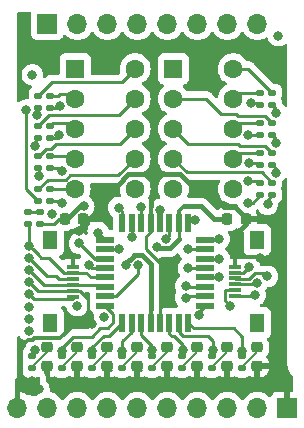
<source format=gbr>
%TF.GenerationSoftware,KiCad,Pcbnew,(6.0.9)*%
%TF.CreationDate,2022-12-15T20:33:26+01:00*%
%TF.ProjectId,8view,38766965-772e-46b6-9963-61645f706362,rev?*%
%TF.SameCoordinates,Original*%
%TF.FileFunction,Copper,L1,Top*%
%TF.FilePolarity,Positive*%
%FSLAX46Y46*%
G04 Gerber Fmt 4.6, Leading zero omitted, Abs format (unit mm)*
G04 Created by KiCad (PCBNEW (6.0.9)) date 2022-12-15 20:33:26*
%MOMM*%
%LPD*%
G01*
G04 APERTURE LIST*
G04 Aperture macros list*
%AMRoundRect*
0 Rectangle with rounded corners*
0 $1 Rounding radius*
0 $2 $3 $4 $5 $6 $7 $8 $9 X,Y pos of 4 corners*
0 Add a 4 corners polygon primitive as box body*
4,1,4,$2,$3,$4,$5,$6,$7,$8,$9,$2,$3,0*
0 Add four circle primitives for the rounded corners*
1,1,$1+$1,$2,$3*
1,1,$1+$1,$4,$5*
1,1,$1+$1,$6,$7*
1,1,$1+$1,$8,$9*
0 Add four rect primitives between the rounded corners*
20,1,$1+$1,$2,$3,$4,$5,0*
20,1,$1+$1,$4,$5,$6,$7,0*
20,1,$1+$1,$6,$7,$8,$9,0*
20,1,$1+$1,$8,$9,$2,$3,0*%
G04 Aperture macros list end*
%TA.AperFunction,SMDPad,CuDef*%
%ADD10RoundRect,0.225000X-0.225000X-0.250000X0.225000X-0.250000X0.225000X0.250000X-0.225000X0.250000X0*%
%TD*%
%TA.AperFunction,SMDPad,CuDef*%
%ADD11RoundRect,0.135000X-0.185000X0.135000X-0.185000X-0.135000X0.185000X-0.135000X0.185000X0.135000X0*%
%TD*%
%TA.AperFunction,SMDPad,CuDef*%
%ADD12RoundRect,0.135000X0.185000X-0.135000X0.185000X0.135000X-0.185000X0.135000X-0.185000X-0.135000X0*%
%TD*%
%TA.AperFunction,ComponentPad*%
%ADD13R,1.700000X1.700000*%
%TD*%
%TA.AperFunction,ComponentPad*%
%ADD14O,1.700000X1.700000*%
%TD*%
%TA.AperFunction,SMDPad,CuDef*%
%ADD15RoundRect,0.218750X0.256250X-0.218750X0.256250X0.218750X-0.256250X0.218750X-0.256250X-0.218750X0*%
%TD*%
%TA.AperFunction,ComponentPad*%
%ADD16R,1.600000X1.600000*%
%TD*%
%TA.AperFunction,ComponentPad*%
%ADD17C,1.600000*%
%TD*%
%TA.AperFunction,SMDPad,CuDef*%
%ADD18R,0.550000X1.600000*%
%TD*%
%TA.AperFunction,SMDPad,CuDef*%
%ADD19R,1.600000X0.550000*%
%TD*%
%TA.AperFunction,SMDPad,CuDef*%
%ADD20R,1.000001X0.299999*%
%TD*%
%TA.AperFunction,SMDPad,CuDef*%
%ADD21R,1.300000X1.649999*%
%TD*%
%TA.AperFunction,ViaPad*%
%ADD22C,0.800000*%
%TD*%
%TA.AperFunction,Conductor*%
%ADD23C,0.300000*%
%TD*%
%TA.AperFunction,Conductor*%
%ADD24C,0.250000*%
%TD*%
%TA.AperFunction,Conductor*%
%ADD25C,0.400000*%
%TD*%
%TA.AperFunction,Conductor*%
%ADD26C,0.200000*%
%TD*%
G04 APERTURE END LIST*
D10*
%TO.P,C2,1*%
%TO.N,+5V*%
X139925000Y-134900000D03*
%TO.P,C2,2*%
%TO.N,GND*%
X141475000Y-134900000D03*
%TD*%
%TO.P,C1,1*%
%TO.N,+5V*%
X153675000Y-134900000D03*
%TO.P,C1,2*%
%TO.N,GND*%
X155225000Y-134900000D03*
%TD*%
D11*
%TO.P,R10,1*%
%TO.N,Net-(R9-Pad2)*%
X136800000Y-134290000D03*
%TO.P,R10,2*%
%TO.N,/ISP_RST*%
X136800000Y-135310000D03*
%TD*%
D12*
%TO.P,R12,1*%
%TO.N,/D1_I2*%
X137668000Y-128018000D03*
%TO.P,R12,2*%
%TO.N,Net-(R12-Pad2)*%
X137668000Y-126998000D03*
%TD*%
%TO.P,R13,1*%
%TO.N,/D1_I3*%
X137668000Y-130558000D03*
%TO.P,R13,2*%
%TO.N,Net-(R13-Pad2)*%
X137668000Y-129538000D03*
%TD*%
D13*
%TO.P,J1,1,Pin_1*%
%TO.N,/in0*%
X138430000Y-118364000D03*
D14*
%TO.P,J1,2,Pin_2*%
%TO.N,/in1*%
X140970000Y-118364000D03*
%TO.P,J1,3,Pin_3*%
%TO.N,/in2*%
X143510000Y-118364000D03*
%TO.P,J1,4,Pin_4*%
%TO.N,/in3*%
X146050000Y-118364000D03*
%TO.P,J1,5,Pin_5*%
%TO.N,/in4*%
X148590000Y-118364000D03*
%TO.P,J1,6,Pin_6*%
%TO.N,/in5*%
X151130000Y-118364000D03*
%TO.P,J1,7,Pin_7*%
%TO.N,/in6*%
X153670000Y-118364000D03*
%TO.P,J1,8,Pin_8*%
%TO.N,/in7*%
X156210000Y-118364000D03*
%TD*%
D15*
%TO.P,D4,1,K*%
%TO.N,GND*%
X146050000Y-147345500D03*
%TO.P,D4,2,A*%
%TO.N,Net-(D4-Pad2)*%
X146050000Y-145770500D03*
%TD*%
D12*
%TO.P,R6,1*%
%TO.N,Net-(D6-Pad2)*%
X149800000Y-147550000D03*
%TO.P,R6,2*%
%TO.N,/in5*%
X149800000Y-146530000D03*
%TD*%
D16*
%TO.P,U2,1,CA*%
%TO.N,+5V*%
X140788500Y-122174000D03*
D17*
%TO.P,U2,2,F*%
%TO.N,Net-(R16-Pad2)*%
X140788500Y-124714000D03*
%TO.P,U2,3,G*%
%TO.N,Net-(R17-Pad2)*%
X140788500Y-127254000D03*
%TO.P,U2,4,E*%
%TO.N,Net-(R15-Pad2)*%
X140788500Y-129794000D03*
%TO.P,U2,5,D*%
%TO.N,Net-(R14-Pad2)*%
X140788500Y-132334000D03*
%TO.P,U2,6,CA*%
%TO.N,+5V*%
X145868500Y-132334000D03*
%TO.P,U2,7,DP*%
%TO.N,Net-(R18-Pad2)*%
X145868500Y-129794000D03*
%TO.P,U2,8,C*%
%TO.N,Net-(R13-Pad2)*%
X145868500Y-127254000D03*
%TO.P,U2,9,B*%
%TO.N,Net-(R12-Pad2)*%
X145868500Y-124714000D03*
%TO.P,U2,10,A*%
%TO.N,Net-(R11-Pad2)*%
X145868500Y-122174000D03*
%TD*%
D18*
%TO.P,U1,1,PC2*%
%TO.N,/in2*%
X144774000Y-143696000D03*
%TO.P,U1,2,PC3*%
%TO.N,/in3*%
X145574000Y-143696000D03*
%TO.P,U1,3,PC4*%
%TO.N,/in4*%
X146374000Y-143696000D03*
%TO.P,U1,4,VCC*%
%TO.N,+5V*%
X147174000Y-143696000D03*
%TO.P,U1,5,GND*%
%TO.N,GND*%
X147974000Y-143696000D03*
%TO.P,U1,6,PC5*%
%TO.N,/in5*%
X148774000Y-143696000D03*
%TO.P,U1,7,PC6*%
%TO.N,/in6*%
X149574000Y-143696000D03*
%TO.P,U1,8,PC7*%
%TO.N,/in7*%
X150374000Y-143696000D03*
D19*
%TO.P,U1,9,PA0*%
%TO.N,/D1_I1*%
X151824000Y-142246000D03*
%TO.P,U1,10,PA1*%
%TO.N,/D1_I6*%
X151824000Y-141446000D03*
%TO.P,U1,11,PA2*%
%TO.N,/D1_I2*%
X151824000Y-140646000D03*
%TO.P,U1,12,PA3*%
%TO.N,/D1_I7*%
X151824000Y-139846000D03*
%TO.P,U1,13,PA4*%
%TO.N,/D1_I3*%
X151824000Y-139046000D03*
%TO.P,U1,14,PA5*%
%TO.N,/D1_I5*%
X151824000Y-138246000D03*
%TO.P,U1,15,PA6*%
%TO.N,/D1_I8*%
X151824000Y-137446000D03*
%TO.P,U1,16,PA7*%
%TO.N,/D1_I4*%
X151824000Y-136646000D03*
D18*
%TO.P,U1,17,PB0*%
%TO.N,/D2_I7*%
X150374000Y-135196000D03*
%TO.P,U1,18,AVCC*%
%TO.N,+5V*%
X149574000Y-135196000D03*
%TO.P,U1,19,PB1*%
%TO.N,/D2_I8*%
X148774000Y-135196000D03*
%TO.P,U1,20,PB2*%
%TO.N,/D2_I5*%
X147974000Y-135196000D03*
%TO.P,U1,21,GND*%
%TO.N,GND*%
X147174000Y-135196000D03*
%TO.P,U1,22,PB3*%
%TO.N,/D2_I4*%
X146374000Y-135196000D03*
%TO.P,U1,23,PB4*%
%TO.N,/D2_I6*%
X145574000Y-135196000D03*
%TO.P,U1,24,PB5*%
%TO.N,/D2_I3*%
X144774000Y-135196000D03*
D19*
%TO.P,U1,25,PB6*%
%TO.N,/D2_I1*%
X143324000Y-136646000D03*
%TO.P,U1,26,PB7*%
%TO.N,/D2_I2*%
X143324000Y-137446000D03*
%TO.P,U1,27,PD0*%
%TO.N,/ISP_MOSI*%
X143324000Y-138246000D03*
%TO.P,U1,28,PD1*%
%TO.N,/ISP_MISO*%
X143324000Y-139046000D03*
%TO.P,U1,29,PD2/~{RESET}*%
%TO.N,/ISP_RST*%
X143324000Y-139846000D03*
%TO.P,U1,30,PD3*%
%TO.N,/ISP_SCK*%
X143324000Y-140646000D03*
%TO.P,U1,31,PC0*%
%TO.N,/in0*%
X143324000Y-141446000D03*
%TO.P,U1,32,PC1*%
%TO.N,/in1*%
X143324000Y-142246000D03*
%TD*%
D12*
%TO.P,R25,1*%
%TO.N,/D2_I7*%
X157480000Y-130304000D03*
%TO.P,R25,2*%
%TO.N,Net-(R25-Pad2)*%
X157480000Y-129284000D03*
%TD*%
%TO.P,R23,1*%
%TO.N,/D2_I5*%
X157480000Y-132844000D03*
%TO.P,R23,2*%
%TO.N,Net-(R23-Pad2)*%
X157480000Y-131824000D03*
%TD*%
%TO.P,R21,1*%
%TO.N,/D2_I3*%
X156464000Y-127764000D03*
%TO.P,R21,2*%
%TO.N,Net-(R21-Pad2)*%
X156464000Y-126744000D03*
%TD*%
%TO.P,R24,1*%
%TO.N,/D2_I6*%
X157480000Y-127764000D03*
%TO.P,R24,2*%
%TO.N,Net-(R24-Pad2)*%
X157480000Y-126744000D03*
%TD*%
%TO.P,R7,1*%
%TO.N,Net-(D7-Pad2)*%
X152340000Y-147548000D03*
%TO.P,R7,2*%
%TO.N,/in6*%
X152340000Y-146528000D03*
%TD*%
%TO.P,R8,1*%
%TO.N,Net-(D8-Pad2)*%
X154880000Y-147550000D03*
%TO.P,R8,2*%
%TO.N,/in7*%
X154880000Y-146530000D03*
%TD*%
D20*
%TO.P,J4,1,Pin_1*%
%TO.N,GND*%
X140583999Y-138957997D03*
%TO.P,J4,2,Pin_2*%
%TO.N,/ISP_RST*%
X140583999Y-139457999D03*
%TO.P,J4,3,Pin_3*%
%TO.N,/ISP_MOSI*%
X140583999Y-139957998D03*
%TO.P,J4,4,Pin_4*%
%TO.N,/ISP_SCK*%
X140583999Y-140457999D03*
%TO.P,J4,5,Pin_5*%
%TO.N,+5V*%
X140583999Y-140957999D03*
%TO.P,J4,6,Pin_6*%
%TO.N,/ISP_MISO*%
X140583999Y-141458000D03*
D21*
%TO.P,J4,MP1*%
%TO.N,N/C*%
X138684000Y-136683001D03*
%TO.P,J4,MP2*%
X138684000Y-143732999D03*
%TD*%
D12*
%TO.P,R26,1*%
%TO.N,/D2_I8*%
X156464000Y-130304000D03*
%TO.P,R26,2*%
%TO.N,Net-(R26-Pad2)*%
X156464000Y-129284000D03*
%TD*%
%TO.P,R11,1*%
%TO.N,/D1_I1*%
X137668000Y-125478000D03*
%TO.P,R11,2*%
%TO.N,Net-(R11-Pad2)*%
X137668000Y-124458000D03*
%TD*%
D15*
%TO.P,D1,1,K*%
%TO.N,GND*%
X138430000Y-147345500D03*
%TO.P,D1,2,A*%
%TO.N,Net-(D1-Pad2)*%
X138430000Y-145770500D03*
%TD*%
D12*
%TO.P,R1,1*%
%TO.N,Net-(D1-Pad2)*%
X137100000Y-147550000D03*
%TO.P,R1,2*%
%TO.N,/in0*%
X137100000Y-146530000D03*
%TD*%
%TO.P,R19,1*%
%TO.N,/D2_I1*%
X157480000Y-125224000D03*
%TO.P,R19,2*%
%TO.N,Net-(R19-Pad2)*%
X157480000Y-124204000D03*
%TD*%
D20*
%TO.P,J3,1,Pin_1*%
%TO.N,/ISP_MISO*%
X154310001Y-141427002D03*
%TO.P,J3,2,Pin_2*%
%TO.N,+5V*%
X154310001Y-140927000D03*
%TO.P,J3,3,Pin_3*%
%TO.N,/ISP_SCK*%
X154310001Y-140427001D03*
%TO.P,J3,4,Pin_4*%
%TO.N,/ISP_MOSI*%
X154310001Y-139927000D03*
%TO.P,J3,5,Pin_5*%
%TO.N,/ISP_RST*%
X154310001Y-139427000D03*
%TO.P,J3,6,Pin_6*%
%TO.N,GND*%
X154310001Y-138926999D03*
D21*
%TO.P,J3,MP1*%
%TO.N,N/C*%
X156210000Y-143701998D03*
%TO.P,J3,MP2*%
X156210000Y-136652000D03*
%TD*%
D12*
%TO.P,R2,1*%
%TO.N,Net-(D2-Pad2)*%
X139640000Y-147548000D03*
%TO.P,R2,2*%
%TO.N,/in1*%
X139640000Y-146528000D03*
%TD*%
%TO.P,R20,1*%
%TO.N,/D2_I2*%
X156464000Y-125224000D03*
%TO.P,R20,2*%
%TO.N,Net-(R20-Pad2)*%
X156464000Y-124204000D03*
%TD*%
D15*
%TO.P,D5,1,K*%
%TO.N,GND*%
X148590000Y-147345500D03*
%TO.P,D5,2,A*%
%TO.N,Net-(D5-Pad2)*%
X148590000Y-145770500D03*
%TD*%
D12*
%TO.P,R4,1*%
%TO.N,Net-(D4-Pad2)*%
X144720000Y-147550000D03*
%TO.P,R4,2*%
%TO.N,/in3*%
X144720000Y-146530000D03*
%TD*%
D16*
%TO.P,U3,1,CA*%
%TO.N,+5V*%
X149098000Y-122174000D03*
D17*
%TO.P,U3,2,F*%
%TO.N,Net-(R24-Pad2)*%
X149098000Y-124714000D03*
%TO.P,U3,3,G*%
%TO.N,Net-(R25-Pad2)*%
X149098000Y-127254000D03*
%TO.P,U3,4,E*%
%TO.N,Net-(R23-Pad2)*%
X149098000Y-129794000D03*
%TO.P,U3,5,D*%
%TO.N,Net-(R22-Pad2)*%
X149098000Y-132334000D03*
%TO.P,U3,6,CA*%
%TO.N,+5V*%
X154178000Y-132334000D03*
%TO.P,U3,7,DP*%
%TO.N,Net-(R26-Pad2)*%
X154178000Y-129794000D03*
%TO.P,U3,8,C*%
%TO.N,Net-(R21-Pad2)*%
X154178000Y-127254000D03*
%TO.P,U3,9,B*%
%TO.N,Net-(R20-Pad2)*%
X154178000Y-124714000D03*
%TO.P,U3,10,A*%
%TO.N,Net-(R19-Pad2)*%
X154178000Y-122174000D03*
%TD*%
D12*
%TO.P,R17,1*%
%TO.N,/D1_I7*%
X138684000Y-128018000D03*
%TO.P,R17,2*%
%TO.N,Net-(R17-Pad2)*%
X138684000Y-126998000D03*
%TD*%
%TO.P,R14,1*%
%TO.N,/D1_I4*%
X138684000Y-133352000D03*
%TO.P,R14,2*%
%TO.N,Net-(R14-Pad2)*%
X138684000Y-132332000D03*
%TD*%
%TO.P,R16,1*%
%TO.N,/D1_I6*%
X138684000Y-125478000D03*
%TO.P,R16,2*%
%TO.N,Net-(R16-Pad2)*%
X138684000Y-124458000D03*
%TD*%
%TO.P,R5,1*%
%TO.N,Net-(D5-Pad2)*%
X147260000Y-147550000D03*
%TO.P,R5,2*%
%TO.N,/in4*%
X147260000Y-146530000D03*
%TD*%
D15*
%TO.P,D6,1,K*%
%TO.N,GND*%
X151130000Y-147345500D03*
%TO.P,D6,2,A*%
%TO.N,Net-(D6-Pad2)*%
X151130000Y-145770500D03*
%TD*%
D12*
%TO.P,R3,1*%
%TO.N,Net-(D3-Pad2)*%
X142180000Y-147550000D03*
%TO.P,R3,2*%
%TO.N,/in2*%
X142180000Y-146530000D03*
%TD*%
%TO.P,R22,1*%
%TO.N,/D2_I4*%
X156464000Y-132844000D03*
%TO.P,R22,2*%
%TO.N,Net-(R22-Pad2)*%
X156464000Y-131824000D03*
%TD*%
D15*
%TO.P,D8,1,K*%
%TO.N,GND*%
X156210000Y-147345500D03*
%TO.P,D8,2,A*%
%TO.N,Net-(D8-Pad2)*%
X156210000Y-145770500D03*
%TD*%
%TO.P,D2,1,K*%
%TO.N,GND*%
X140970000Y-147345500D03*
%TO.P,D2,2,A*%
%TO.N,Net-(D2-Pad2)*%
X140970000Y-145770500D03*
%TD*%
D12*
%TO.P,R18,1*%
%TO.N,/D1_I8*%
X137668000Y-133352000D03*
%TO.P,R18,2*%
%TO.N,Net-(R18-Pad2)*%
X137668000Y-132332000D03*
%TD*%
D15*
%TO.P,D3,1,K*%
%TO.N,GND*%
X143510000Y-147345500D03*
%TO.P,D3,2,A*%
%TO.N,Net-(D3-Pad2)*%
X143510000Y-145770500D03*
%TD*%
D12*
%TO.P,R9,1*%
%TO.N,+5V*%
X137850000Y-135310000D03*
%TO.P,R9,2*%
%TO.N,Net-(R9-Pad2)*%
X137850000Y-134290000D03*
%TD*%
D15*
%TO.P,D7,1,K*%
%TO.N,GND*%
X153670000Y-147345500D03*
%TO.P,D7,2,A*%
%TO.N,Net-(D7-Pad2)*%
X153670000Y-145770500D03*
%TD*%
D12*
%TO.P,R15,1*%
%TO.N,/D1_I5*%
X138684000Y-130558000D03*
%TO.P,R15,2*%
%TO.N,Net-(R15-Pad2)*%
X138684000Y-129538000D03*
%TD*%
D13*
%TO.P,J2,1,Pin_1*%
%TO.N,GND*%
X158750000Y-150876000D03*
D14*
%TO.P,J2,2,Pin_2*%
%TO.N,/in7*%
X156210000Y-150876000D03*
%TO.P,J2,3,Pin_3*%
%TO.N,/in6*%
X153670000Y-150876000D03*
%TO.P,J2,4,Pin_4*%
%TO.N,/in5*%
X151130000Y-150876000D03*
%TO.P,J2,5,Pin_5*%
%TO.N,/in4*%
X148590000Y-150876000D03*
%TO.P,J2,6,Pin_6*%
%TO.N,/in3*%
X146050000Y-150876000D03*
%TO.P,J2,7,Pin_7*%
%TO.N,/in2*%
X143510000Y-150876000D03*
%TO.P,J2,8,Pin_8*%
%TO.N,/in1*%
X140970000Y-150876000D03*
%TO.P,J2,9,Pin_9*%
%TO.N,/in0*%
X138430000Y-150876000D03*
%TO.P,J2,10,Pin_10*%
%TO.N,+5V*%
X135890000Y-150876000D03*
%TD*%
D22*
%TO.N,/D1_I8*%
X136633140Y-125671722D03*
X138796106Y-134498107D03*
%TO.N,GND*%
X141154002Y-135950498D03*
%TO.N,/in0*%
X146147700Y-138758772D03*
X137356128Y-146021329D03*
%TO.N,/in1*%
X139640000Y-146030000D03*
%TO.N,/in2*%
X142230000Y-146051201D03*
%TO.N,/in3*%
X144730000Y-146080000D03*
%TO.N,/in4*%
X147300000Y-146020000D03*
%TO.N,/in5*%
X149881701Y-146021701D03*
%TO.N,/in6*%
X152420000Y-146020000D03*
%TO.N,/in7*%
X154951701Y-146031701D03*
%TO.N,+5V*%
X137160000Y-122682000D03*
X142240000Y-143764000D03*
X136894310Y-140199936D03*
X137720500Y-149300000D03*
X141515500Y-133825500D03*
X153924000Y-142240000D03*
X147691299Y-137296701D03*
X137160000Y-148590000D03*
X157988000Y-119380000D03*
X145110000Y-138758772D03*
%TO.N,GND*%
X138176000Y-120650000D03*
X156464000Y-138176000D03*
X151130000Y-149098000D03*
X140970000Y-149098000D03*
X146050000Y-149098000D03*
X157450000Y-149050000D03*
%TO.N,/ISP_MISO*%
X136899888Y-141230112D03*
X141923974Y-138749702D03*
X156040000Y-141320000D03*
%TO.N,/ISP_SCK*%
X136906064Y-142351446D03*
X156206399Y-140288199D03*
X136888925Y-139200448D03*
%TO.N,/ISP_MOSI*%
X141154502Y-136950000D03*
X136885962Y-143350746D03*
X136899898Y-138156328D03*
X157056175Y-139762002D03*
%TO.N,/ISP_RST*%
X136906019Y-137156844D03*
X155512692Y-138934951D03*
X136893452Y-144362999D03*
%TO.N,Net-(R22-Pad2)*%
X155448000Y-131643500D03*
%TO.N,/D1_I1*%
X137531450Y-126109950D03*
X151299635Y-143002000D03*
X143250000Y-143205500D03*
%TO.N,/D1_I2*%
X140959667Y-142221068D03*
X137363731Y-128678247D03*
X150144500Y-140570501D03*
%TO.N,/D1_I3*%
X150368000Y-139045999D03*
X137690526Y-131284874D03*
%TO.N,/D1_I4*%
X139634668Y-133534668D03*
X152989002Y-136572498D03*
%TO.N,/D1_I5*%
X139678455Y-130825500D03*
X152989002Y-138245999D03*
%TO.N,/D1_I6*%
X139541098Y-125348500D03*
X150144500Y-141570004D03*
%TO.N,/D1_I7*%
X152989002Y-139846001D03*
X139446000Y-127762000D03*
%TO.N,/D1_I8*%
X150368000Y-137442467D03*
%TO.N,/D2_I1*%
X157799302Y-125886882D03*
X142760597Y-136039491D03*
%TO.N,/D2_I2*%
X144526000Y-137414597D03*
X155702000Y-125114500D03*
%TO.N,/D2_I3*%
X144460290Y-133932308D03*
X155463900Y-127806330D03*
%TO.N,/D2_I4*%
X146371573Y-133858000D03*
X155448000Y-133503500D03*
%TO.N,/D2_I5*%
X147965483Y-134091619D03*
X157079898Y-133641500D03*
%TO.N,/D2_I6*%
X157799302Y-128426882D03*
X145573999Y-136398000D03*
%TO.N,/D2_I7*%
X150913500Y-134940299D03*
X157754641Y-130959990D03*
%TO.N,/D2_I8*%
X155518972Y-130194500D03*
X148449354Y-136586048D03*
%TD*%
D23*
%TO.N,GND*%
X141154002Y-135950498D02*
X141449502Y-135950498D01*
X141449502Y-135950498D02*
X141700000Y-135700000D01*
X141900000Y-135000000D02*
X143300000Y-133600000D01*
X141700000Y-135700000D02*
X141700000Y-135500000D01*
X141700000Y-135500000D02*
X141900000Y-135300000D01*
X141900000Y-135300000D02*
X141900000Y-135000000D01*
X143300000Y-133600000D02*
X143300000Y-132800000D01*
X143300000Y-132800000D02*
X144100000Y-132000000D01*
D24*
%TO.N,/D1_I5*%
X139410955Y-130558000D02*
X138684000Y-130558000D01*
X139678455Y-130825500D02*
X139410955Y-130558000D01*
%TO.N,Net-(R18-Pad2)*%
X137668000Y-132332000D02*
X138450000Y-131550000D01*
X138450000Y-131550000D02*
X139981509Y-131550000D01*
X139981509Y-131550000D02*
X140322509Y-131209000D01*
X144453500Y-131209000D02*
X145868500Y-129794000D01*
X140322509Y-131209000D02*
X144453500Y-131209000D01*
%TO.N,/D1_I3*%
X137690526Y-131284874D02*
X137690526Y-130580526D01*
X137690526Y-130580526D02*
X137668000Y-130558000D01*
%TO.N,/D1_I8*%
X136633140Y-132317140D02*
X136633140Y-125671722D01*
X137668000Y-133352000D02*
X136633140Y-132317140D01*
%TO.N,/D1_I1*%
X137531450Y-126109950D02*
X137531450Y-125614550D01*
X137531450Y-125614550D02*
X137668000Y-125478000D01*
D25*
%TO.N,+5V*%
X141515500Y-133825500D02*
X141190617Y-133825500D01*
X140116117Y-134900000D02*
X139925000Y-134900000D01*
X141190617Y-133825500D02*
X140116117Y-134900000D01*
D24*
%TO.N,/D1_I4*%
X139634668Y-133534668D02*
X139452000Y-133352000D01*
X139452000Y-133352000D02*
X138684000Y-133352000D01*
%TO.N,+5V*%
X139925000Y-134900000D02*
X139419518Y-134900000D01*
X139419518Y-134900000D02*
X139009518Y-135310000D01*
X139009518Y-135310000D02*
X137850000Y-135310000D01*
%TO.N,/ISP_RST*%
X136906019Y-135353981D02*
X136906019Y-137156844D01*
%TO.N,Net-(R9-Pad2)*%
X137600000Y-134290000D02*
X136950000Y-134290000D01*
%TO.N,/in1*%
X139640000Y-146030000D02*
X139656000Y-146046000D01*
X139656000Y-146046000D02*
X139700000Y-146046000D01*
X139700000Y-146046000D02*
X139700000Y-145796521D01*
X139700000Y-145796521D02*
X140646521Y-144850000D01*
X140646521Y-144850000D02*
X142181802Y-144850000D01*
X144021802Y-142943802D02*
X143324000Y-142246000D01*
X142181802Y-144850000D02*
X142931802Y-144100000D01*
X142931802Y-144100000D02*
X143550305Y-144100000D01*
X143550305Y-144100000D02*
X144021802Y-143628503D01*
X144021802Y-143628503D02*
X144021802Y-142943802D01*
%TO.N,/in5*%
X149881701Y-146021701D02*
X149881701Y-145531701D01*
X148974000Y-144821000D02*
X148774000Y-144621000D01*
X149881701Y-145531701D02*
X149171000Y-144821000D01*
X149171000Y-144821000D02*
X148974000Y-144821000D01*
X148774000Y-144621000D02*
X148774000Y-143696000D01*
%TO.N,/in6*%
X152420000Y-146020000D02*
X152420000Y-145220000D01*
X152420000Y-145220000D02*
X152021000Y-144821000D01*
X152021000Y-144821000D02*
X149945000Y-144821000D01*
X149945000Y-144821000D02*
X149574000Y-144450000D01*
X149574000Y-144450000D02*
X149574000Y-143696000D01*
%TO.N,/in7*%
X154951701Y-146031701D02*
X154951701Y-144851701D01*
X154951701Y-144851701D02*
X154250000Y-144150000D01*
X154250000Y-144150000D02*
X150828000Y-144150000D01*
X150828000Y-144150000D02*
X150374000Y-143696000D01*
D25*
%TO.N,GND*%
X153000000Y-133500000D02*
X153350000Y-133850000D01*
X153350000Y-133850000D02*
X154300000Y-133850000D01*
X154300000Y-133850000D02*
X155225000Y-134775000D01*
X155225000Y-134775000D02*
X155225000Y-134900000D01*
D23*
X151005000Y-132300000D02*
X151800000Y-132300000D01*
X151800000Y-132300000D02*
X153000000Y-133500000D01*
X154310001Y-138139999D02*
X154350000Y-138100000D01*
X154310001Y-138926999D02*
X154310001Y-138139999D01*
X154350000Y-138100000D02*
X156388000Y-138100000D01*
X156388000Y-138100000D02*
X156464000Y-138176000D01*
D24*
%TO.N,/D1_I8*%
X150371533Y-137446000D02*
X151824000Y-137446000D01*
D23*
%TO.N,+5V*%
X149574000Y-135196000D02*
X149574000Y-134221000D01*
X149574000Y-134221000D02*
X149749000Y-134046000D01*
X149749000Y-134046000D02*
X149754000Y-134046000D01*
X149754000Y-134046000D02*
X150000000Y-133800000D01*
X150000000Y-133800000D02*
X150050000Y-133800000D01*
D25*
X150450000Y-133800000D02*
X150050000Y-133800000D01*
X152550000Y-134900000D02*
X151450000Y-133800000D01*
X151450000Y-133800000D02*
X150450000Y-133800000D01*
D23*
X147200000Y-142550000D02*
X147174000Y-142576000D01*
X147174000Y-142576000D02*
X147174000Y-143696000D01*
D25*
X147200000Y-138679701D02*
X147200000Y-142550000D01*
X146479071Y-137958772D02*
X147200000Y-138679701D01*
X145791228Y-137958772D02*
X146479071Y-137958772D01*
X145650000Y-138100000D02*
X145791228Y-137958772D01*
X145110000Y-138758772D02*
X145110000Y-138640000D01*
X145110000Y-138640000D02*
X145650000Y-138100000D01*
X147691299Y-137296701D02*
X147780646Y-137386048D01*
X147780646Y-137386048D02*
X148813952Y-137386048D01*
X148813952Y-137386048D02*
X149600000Y-136600000D01*
X153675000Y-134900000D02*
X152550000Y-134900000D01*
%TO.N,GND*%
X154800000Y-135700000D02*
X154650000Y-135850000D01*
X155225000Y-135275000D02*
X154800000Y-135700000D01*
X155225000Y-134900000D02*
X155225000Y-135275000D01*
D23*
%TO.N,+5V*%
X142240000Y-143764000D02*
X140761385Y-143764000D01*
X137334112Y-144983000D02*
X137204113Y-145112999D01*
X140761385Y-143764000D02*
X139542385Y-144983000D01*
X139542385Y-144983000D02*
X137334112Y-144983000D01*
X137204113Y-145112999D02*
X136827001Y-145112999D01*
X136827001Y-145112999D02*
X136398000Y-145542000D01*
D25*
X137720500Y-149300000D02*
X137720500Y-149279500D01*
D23*
%TO.N,GND*%
X147171573Y-133754158D02*
X147174000Y-133756585D01*
X147174000Y-133756585D02*
X147174000Y-135196000D01*
D25*
X147400000Y-131500000D02*
X147500000Y-131500000D01*
X147500000Y-131500000D02*
X147900000Y-131100000D01*
X147900000Y-131100000D02*
X149661538Y-131100000D01*
X149661538Y-131100000D02*
X150861538Y-132300000D01*
X150861538Y-132300000D02*
X151005000Y-132300000D01*
X147200000Y-133300000D02*
X147171573Y-133328427D01*
X147400000Y-131500000D02*
X147400000Y-133000000D01*
X147000000Y-131100000D02*
X147400000Y-131500000D01*
X144100000Y-132000000D02*
X144404962Y-132000000D01*
X147171573Y-133328427D02*
X147171573Y-133754158D01*
X144404962Y-132000000D02*
X145304962Y-131100000D01*
X145304962Y-131100000D02*
X147000000Y-131100000D01*
X147400000Y-133000000D02*
X147400000Y-133100000D01*
X147400000Y-133100000D02*
X147200000Y-133300000D01*
D23*
X141154002Y-135950498D02*
X140449502Y-135950498D01*
X140583999Y-138083999D02*
X140583999Y-138957997D01*
X140449502Y-135950498D02*
X140100000Y-136300000D01*
X140100000Y-136300000D02*
X140100000Y-137600000D01*
X140100000Y-137600000D02*
X140583999Y-138083999D01*
D25*
%TO.N,+5V*%
X135890000Y-150876000D02*
X135890000Y-148550000D01*
X135890000Y-148550000D02*
X136100000Y-148340000D01*
X136100000Y-148340000D02*
X136100000Y-145840000D01*
X136100000Y-145840000D02*
X136398000Y-145542000D01*
D24*
%TO.N,/in0*%
X146147700Y-138758772D02*
X146147700Y-139547300D01*
X137100000Y-146277457D02*
X137100000Y-146530000D01*
X144249000Y-141446000D02*
X143324000Y-141446000D01*
X146147700Y-139547300D02*
X144249000Y-141446000D01*
X137356128Y-146021329D02*
X137100000Y-146277457D01*
X137186671Y-146021329D02*
X137160000Y-146048000D01*
X137356128Y-146021329D02*
X137186671Y-146021329D01*
%TO.N,/in1*%
X139640000Y-146528000D02*
X139640000Y-146030000D01*
%TO.N,/in2*%
X143210000Y-144790000D02*
X143680000Y-144790000D01*
X143680000Y-144790000D02*
X144774000Y-143696000D01*
X142230000Y-146051201D02*
X142180000Y-146101201D01*
X142230000Y-146051201D02*
X142230000Y-145770000D01*
X142230000Y-145770000D02*
X143210000Y-144790000D01*
X142180000Y-146101201D02*
X142180000Y-146530000D01*
%TO.N,/in3*%
X144762000Y-146048000D02*
X144730000Y-146080000D01*
X145574000Y-144456000D02*
X144780000Y-145250000D01*
X144780000Y-145250000D02*
X144780000Y-146048000D01*
X144780000Y-146048000D02*
X144762000Y-146048000D01*
X144720000Y-146090000D02*
X144730000Y-146080000D01*
X145574000Y-143696000D02*
X145574000Y-144456000D01*
X144720000Y-146530000D02*
X144720000Y-146090000D01*
%TO.N,/in4*%
X147260000Y-146530000D02*
X147260000Y-146060000D01*
X147300000Y-145610000D02*
X146374000Y-144684000D01*
X146374000Y-144684000D02*
X146374000Y-143696000D01*
X147300000Y-146020000D02*
X147300000Y-145610000D01*
%TO.N,/in6*%
X152340000Y-146528000D02*
X152340000Y-146100000D01*
X152400000Y-146046000D02*
X152400000Y-146040000D01*
X152340000Y-146100000D02*
X152420000Y-146020000D01*
%TO.N,/in7*%
X154880000Y-146530000D02*
X154880000Y-146103402D01*
X154880000Y-146103402D02*
X154951701Y-146031701D01*
%TO.N,+5V*%
X149606000Y-135228000D02*
X149574000Y-135196000D01*
X136894310Y-140199936D02*
X137652374Y-140958000D01*
X153436000Y-140950000D02*
X153453000Y-140933000D01*
X141211999Y-140957999D02*
X140583999Y-140957999D01*
X142240000Y-142960996D02*
X141879502Y-142600498D01*
X153436000Y-141752000D02*
X153436000Y-140950000D01*
X142240000Y-143764000D02*
X142240000Y-142960996D01*
X141879502Y-141625502D02*
X141211999Y-140957999D01*
X149606000Y-136454707D02*
X149606000Y-135228000D01*
X153453000Y-140933000D02*
X154310001Y-140933000D01*
X137652374Y-140958000D02*
X140705000Y-140958000D01*
X153924000Y-142240000D02*
X153436000Y-141752000D01*
X141879502Y-142600498D02*
X141879502Y-141625502D01*
%TO.N,GND*%
X147174000Y-135196000D02*
X147174000Y-135959000D01*
X146812000Y-137442000D02*
X147974000Y-138604000D01*
X147974000Y-138604000D02*
X147974000Y-143696000D01*
X146050000Y-147345500D02*
X146367500Y-147663000D01*
X148590000Y-147345500D02*
X148825500Y-147345500D01*
X153905500Y-147345500D02*
X153670000Y-147345500D01*
X147174000Y-135959000D02*
X146812000Y-136321000D01*
X143510000Y-147345500D02*
X143827500Y-147663000D01*
X146812000Y-136321000D02*
X146812000Y-137442000D01*
%TO.N,Net-(R11-Pad2)*%
X138827000Y-123299000D02*
X144743500Y-123299000D01*
X144743500Y-123299000D02*
X145868500Y-122174000D01*
X137668000Y-124458000D02*
X138827000Y-123299000D01*
%TO.N,/ISP_MISO*%
X154310001Y-141427002D02*
X155932998Y-141427002D01*
X155932998Y-141427002D02*
X156040000Y-141320000D01*
X140510000Y-141653000D02*
X140705000Y-141458000D01*
X142220272Y-139046000D02*
X143324000Y-139046000D01*
X141923974Y-138749702D02*
X142220272Y-139046000D01*
X137322776Y-141653000D02*
X140510000Y-141653000D01*
X136899888Y-141230112D02*
X137322776Y-141653000D01*
%TO.N,/ISP_SCK*%
X136920127Y-139200448D02*
X138177679Y-140458000D01*
X138177679Y-140458000D02*
X143136000Y-140458000D01*
X156067597Y-140427001D02*
X156206399Y-140288199D01*
X154310001Y-140427001D02*
X156067597Y-140427001D01*
X143136000Y-140458000D02*
X143324000Y-140646000D01*
X136888925Y-139200448D02*
X136920127Y-139200448D01*
%TO.N,/ISP_MOSI*%
X139450000Y-139958000D02*
X140705000Y-139958000D01*
X136899898Y-138156328D02*
X138443570Y-139700000D01*
X142444870Y-138246000D02*
X143324000Y-138246000D01*
X154316001Y-139933000D02*
X155537000Y-139933000D01*
X156620000Y-139480000D02*
X156902002Y-139762002D01*
X139192000Y-139700000D02*
X139450000Y-139958000D01*
X155990000Y-139480000D02*
X156620000Y-139480000D01*
X142232142Y-138027640D02*
X142232142Y-138033272D01*
X142232142Y-138033272D02*
X142444870Y-138246000D01*
X156902002Y-139762002D02*
X157056175Y-139762002D01*
X155537000Y-139933000D02*
X155990000Y-139480000D01*
X138443570Y-139700000D02*
X139192000Y-139700000D01*
X154310001Y-139927000D02*
X154316001Y-139933000D01*
X141154502Y-136950000D02*
X142232142Y-138027640D01*
%TO.N,/ISP_RST*%
X137200203Y-137431328D02*
X137624898Y-137856023D01*
X137925175Y-138176000D02*
X138558396Y-138176000D01*
X137180503Y-137431328D02*
X137200203Y-137431328D01*
X136906019Y-137156844D02*
X137180503Y-137431328D01*
X137624898Y-137875723D02*
X137925175Y-138176000D01*
X139840396Y-139458000D02*
X141744000Y-139458000D01*
X155512692Y-138934951D02*
X155020643Y-139427000D01*
X137624898Y-137856023D02*
X137624898Y-137875723D01*
X141744000Y-139458000D02*
X142132000Y-139846000D01*
X138558396Y-138176000D02*
X139840396Y-139458000D01*
X155020643Y-139427000D02*
X154310001Y-139427000D01*
X142132000Y-139846000D02*
X143324000Y-139846000D01*
D26*
%TO.N,Net-(D1-Pad2)*%
X138430000Y-146135183D02*
X138430000Y-145770500D01*
X137100000Y-147465183D02*
X138430000Y-146135183D01*
D24*
X138430000Y-145770500D02*
X138430000Y-146101521D01*
D26*
%TO.N,Net-(D2-Pad2)*%
X139640000Y-147463183D02*
X140970000Y-146133183D01*
X139640000Y-147548000D02*
X139640000Y-147463183D01*
%TO.N,Net-(D3-Pad2)*%
X142180000Y-147465183D02*
X143510000Y-146135183D01*
X142180000Y-147550000D02*
X142180000Y-147465183D01*
%TO.N,Net-(D4-Pad2)*%
X144720000Y-147465183D02*
X146050000Y-146135183D01*
X144720000Y-147550000D02*
X144720000Y-147465183D01*
%TO.N,Net-(D5-Pad2)*%
X147260000Y-147550000D02*
X147260000Y-147465183D01*
X147260000Y-147465183D02*
X148590000Y-146135183D01*
X148590000Y-146135183D02*
X148590000Y-145770500D01*
%TO.N,Net-(D6-Pad2)*%
X149800000Y-147465183D02*
X151130000Y-146135183D01*
X149800000Y-147550000D02*
X149800000Y-147465183D01*
%TO.N,Net-(D7-Pad2)*%
X152340000Y-147463183D02*
X153670000Y-146133183D01*
X152340000Y-147548000D02*
X152340000Y-147463183D01*
%TO.N,Net-(D8-Pad2)*%
X154880000Y-147550000D02*
X154880000Y-147465183D01*
X154880000Y-147465183D02*
X156210000Y-146135183D01*
D24*
%TO.N,Net-(R12-Pad2)*%
X138593000Y-126073000D02*
X144509500Y-126073000D01*
X144509500Y-126073000D02*
X145868500Y-124714000D01*
X137668000Y-126998000D02*
X138593000Y-126073000D01*
%TO.N,Net-(R13-Pad2)*%
X144582807Y-128539693D02*
X145868500Y-127254000D01*
X137713462Y-129538000D02*
X138308462Y-128943000D01*
X138308462Y-128943000D02*
X138773000Y-128943000D01*
X137668000Y-129538000D02*
X137713462Y-129538000D01*
X139176307Y-128539693D02*
X144582807Y-128539693D01*
X138773000Y-128943000D02*
X139176307Y-128539693D01*
%TO.N,Net-(R14-Pad2)*%
X140786500Y-132332000D02*
X140788500Y-132334000D01*
X138684000Y-132332000D02*
X140786500Y-132332000D01*
%TO.N,Net-(R15-Pad2)*%
X140532500Y-129538000D02*
X140788500Y-129794000D01*
X138684000Y-129538000D02*
X140532500Y-129538000D01*
%TO.N,Net-(R16-Pad2)*%
X139297812Y-124458000D02*
X139479554Y-124276258D01*
X140350758Y-124276258D02*
X140788500Y-124714000D01*
X138684000Y-124458000D02*
X139297812Y-124458000D01*
X139479554Y-124276258D02*
X140350758Y-124276258D01*
%TO.N,Net-(R17-Pad2)*%
X138948735Y-126733265D02*
X140267765Y-126733265D01*
X138684000Y-126998000D02*
X138948735Y-126733265D01*
X140267765Y-126733265D02*
X140788500Y-127254000D01*
%TO.N,Net-(R19-Pad2)*%
X155448000Y-122174000D02*
X154178000Y-122174000D01*
X157478000Y-124204000D02*
X155448000Y-122174000D01*
X157480000Y-124204000D02*
X157478000Y-124204000D01*
%TO.N,Net-(R20-Pad2)*%
X154688000Y-124204000D02*
X154178000Y-124714000D01*
X156464000Y-124204000D02*
X154688000Y-124204000D01*
%TO.N,Net-(R21-Pad2)*%
X154688000Y-126744000D02*
X154178000Y-127254000D01*
X156464000Y-126744000D02*
X154688000Y-126744000D01*
%TO.N,Net-(R22-Pad2)*%
X155448000Y-131643500D02*
X156283500Y-131643500D01*
X156283500Y-131643500D02*
X156464000Y-131824000D01*
%TO.N,Net-(R23-Pad2)*%
X150223000Y-130919000D02*
X149098000Y-129794000D01*
X156582305Y-130919000D02*
X150223000Y-130919000D01*
X157480000Y-131824000D02*
X157480000Y-131816695D01*
X157480000Y-131816695D02*
X156582305Y-130919000D01*
%TO.N,Net-(R24-Pad2)*%
X157480000Y-126744000D02*
X157478000Y-126744000D01*
X153162000Y-125984000D02*
X151892000Y-124714000D01*
X154432000Y-125984000D02*
X153162000Y-125984000D01*
X151892000Y-124714000D02*
X149098000Y-124714000D01*
X157478000Y-126744000D02*
X156883000Y-126149000D01*
X154597000Y-126149000D02*
X154432000Y-125984000D01*
X156883000Y-126149000D02*
X154597000Y-126149000D01*
%TO.N,Net-(R25-Pad2)*%
X154609999Y-128524000D02*
X150368000Y-128524000D01*
X154774999Y-128689000D02*
X154609999Y-128524000D01*
X156885000Y-128689000D02*
X154774999Y-128689000D01*
X150368000Y-128524000D02*
X149098000Y-127254000D01*
X157480000Y-129284000D02*
X156885000Y-128689000D01*
%TO.N,Net-(R26-Pad2)*%
X154178000Y-129794000D02*
X154688000Y-129284000D01*
X154688000Y-129284000D02*
X156464000Y-129284000D01*
%TO.N,/D1_I1*%
X151299635Y-142770365D02*
X151824000Y-142246000D01*
X151299635Y-143002000D02*
X151299635Y-142770365D01*
%TO.N,/D1_I2*%
X150144500Y-140570501D02*
X150219999Y-140646000D01*
X137363731Y-128322269D02*
X137668000Y-128018000D01*
X150219999Y-140646000D02*
X151824000Y-140646000D01*
X137363731Y-128678247D02*
X137363731Y-128322269D01*
%TO.N,/D1_I3*%
X151824000Y-139046000D02*
X150368000Y-139045999D01*
%TO.N,/D1_I4*%
X152915500Y-136646000D02*
X151824000Y-136646000D01*
X152989002Y-136572498D02*
X152915500Y-136646000D01*
%TO.N,/D1_I5*%
X151824000Y-138246000D02*
X152989002Y-138245999D01*
%TO.N,/D1_I6*%
X139541098Y-125348500D02*
X139411598Y-125478000D01*
X139411598Y-125478000D02*
X138684000Y-125478000D01*
X150268504Y-141446000D02*
X151824000Y-141446000D01*
X150144500Y-141570004D02*
X150268504Y-141446000D01*
%TO.N,/D1_I7*%
X139446000Y-127762000D02*
X139190000Y-128018000D01*
X139190000Y-128018000D02*
X138684000Y-128018000D01*
X151824000Y-139846000D02*
X152989002Y-139846001D01*
%TO.N,/D1_I8*%
X150368000Y-137442467D02*
X150371533Y-137446000D01*
%TO.N,/D2_I1*%
X142760597Y-136082597D02*
X143324000Y-136646000D01*
X142760597Y-136039491D02*
X142760597Y-136082597D01*
X157799302Y-125543302D02*
X157480000Y-125224000D01*
X157799302Y-125886882D02*
X157799302Y-125543302D01*
%TO.N,/D2_I2*%
X155702000Y-125114500D02*
X156354500Y-125114500D01*
X144526000Y-137414597D02*
X144494597Y-137446000D01*
X144494597Y-137446000D02*
X143324000Y-137446000D01*
X156354500Y-125114500D02*
X156464000Y-125224000D01*
%TO.N,/D2_I3*%
X155463900Y-127806330D02*
X155506230Y-127764000D01*
X144460290Y-133932308D02*
X144774000Y-134246018D01*
X144774000Y-134246018D02*
X144774000Y-135196000D01*
X155506230Y-127764000D02*
X156464000Y-127764000D01*
%TO.N,/D2_I4*%
X146374000Y-133860427D02*
X146374000Y-135196000D01*
X155448000Y-133503500D02*
X155804500Y-133503500D01*
X146371573Y-133858000D02*
X146374000Y-133860427D01*
X155804500Y-133503500D02*
X156464000Y-132844000D01*
%TO.N,/D2_I5*%
X157079898Y-133244102D02*
X157480000Y-132844000D01*
X147965483Y-134091619D02*
X147974000Y-134100136D01*
X157079898Y-133641500D02*
X157079898Y-133244102D01*
X147974000Y-134100136D02*
X147974000Y-135196000D01*
%TO.N,/D2_I6*%
X157799302Y-128426882D02*
X157799302Y-128083302D01*
X157799302Y-128083302D02*
X157480000Y-127764000D01*
X145574000Y-135196000D02*
X145573999Y-136398000D01*
%TO.N,/D2_I7*%
X150629701Y-134940299D02*
X150913500Y-134940299D01*
X157754641Y-130959990D02*
X157754641Y-130578641D01*
X157754641Y-130578641D02*
X157480000Y-130304000D01*
X150374000Y-135196000D02*
X150629701Y-134940299D01*
%TO.N,/D2_I8*%
X156354500Y-130194500D02*
X156464000Y-130304000D01*
X148774000Y-136261402D02*
X148449354Y-136586048D01*
X148774000Y-135196000D02*
X148774000Y-136261402D01*
X155518972Y-130194500D02*
X156354500Y-130194500D01*
%TD*%
%TA.AperFunction,Conductor*%
%TO.N,GND*%
G36*
X158701389Y-131425039D02*
G01*
X158742570Y-131482871D01*
X158749500Y-131524081D01*
X158749500Y-147016633D01*
X158748000Y-147036018D01*
X158745690Y-147050851D01*
X158745690Y-147050855D01*
X158744309Y-147059724D01*
X158745473Y-147068626D01*
X158745473Y-147068629D01*
X158745701Y-147070369D01*
X158746444Y-147077717D01*
X158761163Y-147283513D01*
X158762121Y-147287917D01*
X158793667Y-147432929D01*
X158807517Y-147496598D01*
X158809090Y-147500815D01*
X158809091Y-147500819D01*
X158835445Y-147571477D01*
X158883724Y-147700918D01*
X158885877Y-147704862D01*
X158885878Y-147704863D01*
X158925400Y-147777242D01*
X158988233Y-147892312D01*
X159118917Y-148066885D01*
X159221095Y-148169063D01*
X159255121Y-148231375D01*
X159258000Y-148258158D01*
X159258000Y-149392000D01*
X159237998Y-149460121D01*
X159184342Y-149506614D01*
X159132000Y-149518000D01*
X159022115Y-149518000D01*
X159006876Y-149522475D01*
X159005671Y-149523865D01*
X159004000Y-149531548D01*
X159004000Y-151004000D01*
X158983998Y-151072121D01*
X158930342Y-151118614D01*
X158878000Y-151130000D01*
X158622000Y-151130000D01*
X158553879Y-151109998D01*
X158507386Y-151056342D01*
X158496000Y-151004000D01*
X158496000Y-149536116D01*
X158491525Y-149520877D01*
X158490135Y-149519672D01*
X158482452Y-149518001D01*
X157855331Y-149518001D01*
X157848510Y-149518371D01*
X157797648Y-149523895D01*
X157782396Y-149527521D01*
X157661946Y-149572676D01*
X157646351Y-149581214D01*
X157544276Y-149657715D01*
X157531715Y-149670276D01*
X157455214Y-149772351D01*
X157446676Y-149787946D01*
X157405297Y-149898322D01*
X157362655Y-149955087D01*
X157296093Y-149979786D01*
X157226744Y-149964578D01*
X157194121Y-149938891D01*
X157143151Y-149882876D01*
X157143145Y-149882870D01*
X157139670Y-149879051D01*
X157135619Y-149875852D01*
X157135615Y-149875848D01*
X156968414Y-149743800D01*
X156968410Y-149743798D01*
X156964359Y-149740598D01*
X156768789Y-149632638D01*
X156763920Y-149630914D01*
X156763916Y-149630912D01*
X156563087Y-149559795D01*
X156563083Y-149559794D01*
X156558212Y-149558069D01*
X156553119Y-149557162D01*
X156553116Y-149557161D01*
X156343373Y-149519800D01*
X156343367Y-149519799D01*
X156338284Y-149518894D01*
X156264452Y-149517992D01*
X156120081Y-149516228D01*
X156120079Y-149516228D01*
X156114911Y-149516165D01*
X155894091Y-149549955D01*
X155681756Y-149619357D01*
X155483607Y-149722507D01*
X155479474Y-149725610D01*
X155479471Y-149725612D01*
X155396450Y-149787946D01*
X155304965Y-149856635D01*
X155150629Y-150018138D01*
X155043201Y-150175621D01*
X154988293Y-150220621D01*
X154917768Y-150228792D01*
X154854021Y-150197538D01*
X154833324Y-150173054D01*
X154752822Y-150048617D01*
X154752820Y-150048614D01*
X154750014Y-150044277D01*
X154599670Y-149879051D01*
X154595619Y-149875852D01*
X154595615Y-149875848D01*
X154428414Y-149743800D01*
X154428410Y-149743798D01*
X154424359Y-149740598D01*
X154228789Y-149632638D01*
X154223920Y-149630914D01*
X154223916Y-149630912D01*
X154023087Y-149559795D01*
X154023083Y-149559794D01*
X154018212Y-149558069D01*
X154013119Y-149557162D01*
X154013116Y-149557161D01*
X153803373Y-149519800D01*
X153803367Y-149519799D01*
X153798284Y-149518894D01*
X153724452Y-149517992D01*
X153580081Y-149516228D01*
X153580079Y-149516228D01*
X153574911Y-149516165D01*
X153354091Y-149549955D01*
X153141756Y-149619357D01*
X152943607Y-149722507D01*
X152939474Y-149725610D01*
X152939471Y-149725612D01*
X152856450Y-149787946D01*
X152764965Y-149856635D01*
X152610629Y-150018138D01*
X152503201Y-150175621D01*
X152448293Y-150220621D01*
X152377768Y-150228792D01*
X152314021Y-150197538D01*
X152293324Y-150173054D01*
X152212822Y-150048617D01*
X152212820Y-150048614D01*
X152210014Y-150044277D01*
X152059670Y-149879051D01*
X152055619Y-149875852D01*
X152055615Y-149875848D01*
X151888414Y-149743800D01*
X151888410Y-149743798D01*
X151884359Y-149740598D01*
X151688789Y-149632638D01*
X151683920Y-149630914D01*
X151683916Y-149630912D01*
X151483087Y-149559795D01*
X151483083Y-149559794D01*
X151478212Y-149558069D01*
X151473119Y-149557162D01*
X151473116Y-149557161D01*
X151263373Y-149519800D01*
X151263367Y-149519799D01*
X151258284Y-149518894D01*
X151184452Y-149517992D01*
X151040081Y-149516228D01*
X151040079Y-149516228D01*
X151034911Y-149516165D01*
X150814091Y-149549955D01*
X150601756Y-149619357D01*
X150403607Y-149722507D01*
X150399474Y-149725610D01*
X150399471Y-149725612D01*
X150316450Y-149787946D01*
X150224965Y-149856635D01*
X150070629Y-150018138D01*
X149963201Y-150175621D01*
X149908293Y-150220621D01*
X149837768Y-150228792D01*
X149774021Y-150197538D01*
X149753324Y-150173054D01*
X149672822Y-150048617D01*
X149672820Y-150048614D01*
X149670014Y-150044277D01*
X149519670Y-149879051D01*
X149515619Y-149875852D01*
X149515615Y-149875848D01*
X149348414Y-149743800D01*
X149348410Y-149743798D01*
X149344359Y-149740598D01*
X149148789Y-149632638D01*
X149143920Y-149630914D01*
X149143916Y-149630912D01*
X148943087Y-149559795D01*
X148943083Y-149559794D01*
X148938212Y-149558069D01*
X148933119Y-149557162D01*
X148933116Y-149557161D01*
X148723373Y-149519800D01*
X148723367Y-149519799D01*
X148718284Y-149518894D01*
X148644452Y-149517992D01*
X148500081Y-149516228D01*
X148500079Y-149516228D01*
X148494911Y-149516165D01*
X148274091Y-149549955D01*
X148061756Y-149619357D01*
X147863607Y-149722507D01*
X147859474Y-149725610D01*
X147859471Y-149725612D01*
X147776450Y-149787946D01*
X147684965Y-149856635D01*
X147530629Y-150018138D01*
X147423201Y-150175621D01*
X147368293Y-150220621D01*
X147297768Y-150228792D01*
X147234021Y-150197538D01*
X147213324Y-150173054D01*
X147132822Y-150048617D01*
X147132820Y-150048614D01*
X147130014Y-150044277D01*
X146979670Y-149879051D01*
X146975619Y-149875852D01*
X146975615Y-149875848D01*
X146808414Y-149743800D01*
X146808410Y-149743798D01*
X146804359Y-149740598D01*
X146608789Y-149632638D01*
X146603920Y-149630914D01*
X146603916Y-149630912D01*
X146403087Y-149559795D01*
X146403083Y-149559794D01*
X146398212Y-149558069D01*
X146393119Y-149557162D01*
X146393116Y-149557161D01*
X146183373Y-149519800D01*
X146183367Y-149519799D01*
X146178284Y-149518894D01*
X146104452Y-149517992D01*
X145960081Y-149516228D01*
X145960079Y-149516228D01*
X145954911Y-149516165D01*
X145734091Y-149549955D01*
X145521756Y-149619357D01*
X145323607Y-149722507D01*
X145319474Y-149725610D01*
X145319471Y-149725612D01*
X145236450Y-149787946D01*
X145144965Y-149856635D01*
X144990629Y-150018138D01*
X144883201Y-150175621D01*
X144828293Y-150220621D01*
X144757768Y-150228792D01*
X144694021Y-150197538D01*
X144673324Y-150173054D01*
X144592822Y-150048617D01*
X144592820Y-150048614D01*
X144590014Y-150044277D01*
X144439670Y-149879051D01*
X144435619Y-149875852D01*
X144435615Y-149875848D01*
X144268414Y-149743800D01*
X144268410Y-149743798D01*
X144264359Y-149740598D01*
X144068789Y-149632638D01*
X144063920Y-149630914D01*
X144063916Y-149630912D01*
X143863087Y-149559795D01*
X143863083Y-149559794D01*
X143858212Y-149558069D01*
X143853119Y-149557162D01*
X143853116Y-149557161D01*
X143643373Y-149519800D01*
X143643367Y-149519799D01*
X143638284Y-149518894D01*
X143564452Y-149517992D01*
X143420081Y-149516228D01*
X143420079Y-149516228D01*
X143414911Y-149516165D01*
X143194091Y-149549955D01*
X142981756Y-149619357D01*
X142783607Y-149722507D01*
X142779474Y-149725610D01*
X142779471Y-149725612D01*
X142696450Y-149787946D01*
X142604965Y-149856635D01*
X142450629Y-150018138D01*
X142343201Y-150175621D01*
X142288293Y-150220621D01*
X142217768Y-150228792D01*
X142154021Y-150197538D01*
X142133324Y-150173054D01*
X142052822Y-150048617D01*
X142052820Y-150048614D01*
X142050014Y-150044277D01*
X141899670Y-149879051D01*
X141895619Y-149875852D01*
X141895615Y-149875848D01*
X141728414Y-149743800D01*
X141728410Y-149743798D01*
X141724359Y-149740598D01*
X141528789Y-149632638D01*
X141523920Y-149630914D01*
X141523916Y-149630912D01*
X141323087Y-149559795D01*
X141323083Y-149559794D01*
X141318212Y-149558069D01*
X141313119Y-149557162D01*
X141313116Y-149557161D01*
X141103373Y-149519800D01*
X141103367Y-149519799D01*
X141098284Y-149518894D01*
X141024452Y-149517992D01*
X140880081Y-149516228D01*
X140880079Y-149516228D01*
X140874911Y-149516165D01*
X140654091Y-149549955D01*
X140441756Y-149619357D01*
X140243607Y-149722507D01*
X140239474Y-149725610D01*
X140239471Y-149725612D01*
X140156450Y-149787946D01*
X140064965Y-149856635D01*
X139910629Y-150018138D01*
X139803201Y-150175621D01*
X139748293Y-150220621D01*
X139677768Y-150228792D01*
X139614021Y-150197538D01*
X139593324Y-150173054D01*
X139512822Y-150048617D01*
X139512820Y-150048614D01*
X139510014Y-150044277D01*
X139359670Y-149879051D01*
X139355619Y-149875852D01*
X139355615Y-149875848D01*
X139188414Y-149743800D01*
X139188410Y-149743798D01*
X139184359Y-149740598D01*
X138988789Y-149632638D01*
X138983920Y-149630914D01*
X138983916Y-149630912D01*
X138783087Y-149559795D01*
X138783083Y-149559794D01*
X138778212Y-149558069D01*
X138773119Y-149557162D01*
X138773116Y-149557161D01*
X138725503Y-149548680D01*
X138661945Y-149517042D01*
X138625582Y-149456065D01*
X138622289Y-149411463D01*
X138633314Y-149306565D01*
X138634004Y-149300000D01*
X138614042Y-149110072D01*
X138555027Y-148928444D01*
X138459540Y-148763056D01*
X138345864Y-148636806D01*
X138315147Y-148572799D01*
X138313500Y-148552496D01*
X138313500Y-148348943D01*
X138303705Y-148249127D01*
X138294183Y-148201076D01*
X138265172Y-148105065D01*
X138251852Y-148082541D01*
X138193546Y-147983952D01*
X138176000Y-147919813D01*
X138176000Y-147301922D01*
X138196002Y-147233801D01*
X138212905Y-147212827D01*
X138297327Y-147128405D01*
X138359639Y-147094379D01*
X138386422Y-147091500D01*
X138558000Y-147091500D01*
X138626121Y-147111502D01*
X138672614Y-147165158D01*
X138684000Y-147217500D01*
X138684000Y-148272885D01*
X138688475Y-148288124D01*
X138689865Y-148289329D01*
X138697548Y-148291000D01*
X138731266Y-148291000D01*
X138737782Y-148290663D01*
X138829021Y-148281196D01*
X138842417Y-148278303D01*
X138989694Y-148229168D01*
X138998979Y-148224818D01*
X139069151Y-148214032D01*
X139116570Y-148230464D01*
X139197404Y-148278269D01*
X139205015Y-148280480D01*
X139205017Y-148280481D01*
X139240064Y-148290663D01*
X139353534Y-148323629D01*
X139359941Y-148324133D01*
X139359945Y-148324134D01*
X139387556Y-148326307D01*
X139387562Y-148326307D01*
X139390011Y-148326500D01*
X139639848Y-148326500D01*
X139889988Y-148326499D01*
X139926466Y-148323629D01*
X140039936Y-148290663D01*
X140074983Y-148280481D01*
X140074985Y-148280480D01*
X140082596Y-148278269D01*
X140165622Y-148229168D01*
X140222541Y-148195506D01*
X140224185Y-148198286D01*
X140276413Y-148177789D01*
X140346033Y-148191700D01*
X140353650Y-148196036D01*
X140398293Y-148223554D01*
X140411468Y-148229697D01*
X140558843Y-148278579D01*
X140572210Y-148281445D01*
X140662270Y-148290672D01*
X140668685Y-148291000D01*
X140697885Y-148291000D01*
X140713124Y-148286525D01*
X140714329Y-148285135D01*
X140716000Y-148277452D01*
X140716000Y-147299922D01*
X140736002Y-147231801D01*
X140752905Y-147210827D01*
X140835327Y-147128405D01*
X140897639Y-147094379D01*
X140924422Y-147091500D01*
X141098000Y-147091500D01*
X141166121Y-147111502D01*
X141212614Y-147165158D01*
X141224000Y-147217500D01*
X141224000Y-148272885D01*
X141228475Y-148288124D01*
X141229865Y-148289329D01*
X141237548Y-148291000D01*
X141271266Y-148291000D01*
X141277782Y-148290663D01*
X141369021Y-148281196D01*
X141382417Y-148278303D01*
X141529694Y-148229168D01*
X141537092Y-148225702D01*
X141607264Y-148214916D01*
X141654683Y-148231348D01*
X141737404Y-148280269D01*
X141745015Y-148282480D01*
X141745017Y-148282481D01*
X141835750Y-148308841D01*
X141893534Y-148325629D01*
X141899941Y-148326133D01*
X141899945Y-148326134D01*
X141927556Y-148328307D01*
X141927562Y-148328307D01*
X141930011Y-148328500D01*
X142179848Y-148328500D01*
X142429988Y-148328499D01*
X142466466Y-148325629D01*
X142586820Y-148290663D01*
X142614983Y-148282481D01*
X142614985Y-148282480D01*
X142622596Y-148280269D01*
X142675255Y-148249127D01*
X142762541Y-148197506D01*
X142763923Y-148199842D01*
X142817826Y-148178676D01*
X142887449Y-148192574D01*
X142895088Y-148196922D01*
X142938291Y-148223553D01*
X142951468Y-148229697D01*
X143098843Y-148278579D01*
X143112210Y-148281445D01*
X143202270Y-148290672D01*
X143208685Y-148291000D01*
X143237885Y-148291000D01*
X143253124Y-148286525D01*
X143254329Y-148285135D01*
X143256000Y-148277452D01*
X143256000Y-147301922D01*
X143276002Y-147233801D01*
X143292905Y-147212827D01*
X143377327Y-147128405D01*
X143439639Y-147094379D01*
X143466422Y-147091500D01*
X143638000Y-147091500D01*
X143706121Y-147111502D01*
X143752614Y-147165158D01*
X143764000Y-147217500D01*
X143764000Y-148272885D01*
X143768475Y-148288124D01*
X143769865Y-148289329D01*
X143777548Y-148291000D01*
X143811266Y-148291000D01*
X143817782Y-148290663D01*
X143909021Y-148281196D01*
X143922417Y-148278303D01*
X144069694Y-148229168D01*
X144077092Y-148225702D01*
X144147264Y-148214916D01*
X144194683Y-148231348D01*
X144277404Y-148280269D01*
X144285015Y-148282480D01*
X144285017Y-148282481D01*
X144375750Y-148308841D01*
X144433534Y-148325629D01*
X144439941Y-148326133D01*
X144439945Y-148326134D01*
X144467556Y-148328307D01*
X144467562Y-148328307D01*
X144470011Y-148328500D01*
X144719848Y-148328500D01*
X144969988Y-148328499D01*
X145006466Y-148325629D01*
X145126820Y-148290663D01*
X145154983Y-148282481D01*
X145154985Y-148282480D01*
X145162596Y-148280269D01*
X145215255Y-148249127D01*
X145302541Y-148197506D01*
X145303923Y-148199842D01*
X145357826Y-148178676D01*
X145427449Y-148192574D01*
X145435088Y-148196922D01*
X145478291Y-148223553D01*
X145491468Y-148229697D01*
X145638843Y-148278579D01*
X145652210Y-148281445D01*
X145742270Y-148290672D01*
X145748685Y-148291000D01*
X145777885Y-148291000D01*
X145793124Y-148286525D01*
X145794329Y-148285135D01*
X145796000Y-148277452D01*
X145796000Y-147301922D01*
X145816002Y-147233801D01*
X145832905Y-147212827D01*
X145917327Y-147128405D01*
X145979639Y-147094379D01*
X146006422Y-147091500D01*
X146178000Y-147091500D01*
X146246121Y-147111502D01*
X146292614Y-147165158D01*
X146304000Y-147217500D01*
X146304000Y-148272885D01*
X146308475Y-148288124D01*
X146309865Y-148289329D01*
X146317548Y-148291000D01*
X146351266Y-148291000D01*
X146357782Y-148290663D01*
X146449021Y-148281196D01*
X146462417Y-148278303D01*
X146609694Y-148229168D01*
X146617092Y-148225702D01*
X146687264Y-148214916D01*
X146734683Y-148231348D01*
X146817404Y-148280269D01*
X146825015Y-148282480D01*
X146825017Y-148282481D01*
X146915750Y-148308841D01*
X146973534Y-148325629D01*
X146979941Y-148326133D01*
X146979945Y-148326134D01*
X147007556Y-148328307D01*
X147007562Y-148328307D01*
X147010011Y-148328500D01*
X147259848Y-148328500D01*
X147509988Y-148328499D01*
X147546466Y-148325629D01*
X147666820Y-148290663D01*
X147694983Y-148282481D01*
X147694985Y-148282480D01*
X147702596Y-148280269D01*
X147755255Y-148249127D01*
X147842541Y-148197506D01*
X147843923Y-148199842D01*
X147897826Y-148178676D01*
X147967449Y-148192574D01*
X147975088Y-148196922D01*
X148018291Y-148223553D01*
X148031468Y-148229697D01*
X148178843Y-148278579D01*
X148192210Y-148281445D01*
X148282270Y-148290672D01*
X148288685Y-148291000D01*
X148317885Y-148291000D01*
X148333124Y-148286525D01*
X148334329Y-148285135D01*
X148336000Y-148277452D01*
X148336000Y-147301922D01*
X148356002Y-147233801D01*
X148372905Y-147212827D01*
X148457327Y-147128405D01*
X148519639Y-147094379D01*
X148546422Y-147091500D01*
X148718000Y-147091500D01*
X148786121Y-147111502D01*
X148832614Y-147165158D01*
X148844000Y-147217500D01*
X148844000Y-148272885D01*
X148848475Y-148288124D01*
X148849865Y-148289329D01*
X148857548Y-148291000D01*
X148891266Y-148291000D01*
X148897782Y-148290663D01*
X148989021Y-148281196D01*
X149002417Y-148278303D01*
X149149694Y-148229168D01*
X149157092Y-148225702D01*
X149227264Y-148214916D01*
X149274683Y-148231348D01*
X149357404Y-148280269D01*
X149365015Y-148282480D01*
X149365017Y-148282481D01*
X149455750Y-148308841D01*
X149513534Y-148325629D01*
X149519941Y-148326133D01*
X149519945Y-148326134D01*
X149547556Y-148328307D01*
X149547562Y-148328307D01*
X149550011Y-148328500D01*
X149799848Y-148328500D01*
X150049988Y-148328499D01*
X150086466Y-148325629D01*
X150206820Y-148290663D01*
X150234983Y-148282481D01*
X150234985Y-148282480D01*
X150242596Y-148280269D01*
X150295255Y-148249127D01*
X150382541Y-148197506D01*
X150383923Y-148199842D01*
X150437826Y-148178676D01*
X150507449Y-148192574D01*
X150515088Y-148196922D01*
X150558291Y-148223553D01*
X150571468Y-148229697D01*
X150718843Y-148278579D01*
X150732210Y-148281445D01*
X150822270Y-148290672D01*
X150828685Y-148291000D01*
X150857885Y-148291000D01*
X150873124Y-148286525D01*
X150874329Y-148285135D01*
X150876000Y-148277452D01*
X150876000Y-147301922D01*
X150896002Y-147233801D01*
X150912905Y-147212827D01*
X150997327Y-147128405D01*
X151059639Y-147094379D01*
X151086422Y-147091500D01*
X151258000Y-147091500D01*
X151326121Y-147111502D01*
X151372614Y-147165158D01*
X151384000Y-147217500D01*
X151384000Y-148272885D01*
X151388475Y-148288124D01*
X151389865Y-148289329D01*
X151397548Y-148291000D01*
X151431266Y-148291000D01*
X151437782Y-148290663D01*
X151529021Y-148281196D01*
X151542417Y-148278303D01*
X151689694Y-148229168D01*
X151698979Y-148224818D01*
X151769151Y-148214032D01*
X151816570Y-148230464D01*
X151897404Y-148278269D01*
X151905015Y-148280480D01*
X151905017Y-148280481D01*
X151940064Y-148290663D01*
X152053534Y-148323629D01*
X152059941Y-148324133D01*
X152059945Y-148324134D01*
X152087556Y-148326307D01*
X152087562Y-148326307D01*
X152090011Y-148326500D01*
X152339848Y-148326500D01*
X152589988Y-148326499D01*
X152626466Y-148323629D01*
X152739936Y-148290663D01*
X152774983Y-148280481D01*
X152774985Y-148280480D01*
X152782596Y-148278269D01*
X152865622Y-148229168D01*
X152922541Y-148195506D01*
X152924185Y-148198286D01*
X152976413Y-148177789D01*
X153046033Y-148191700D01*
X153053650Y-148196036D01*
X153098293Y-148223554D01*
X153111468Y-148229697D01*
X153258843Y-148278579D01*
X153272210Y-148281445D01*
X153362270Y-148290672D01*
X153368685Y-148291000D01*
X153397885Y-148291000D01*
X153413124Y-148286525D01*
X153414329Y-148285135D01*
X153416000Y-148277452D01*
X153416000Y-147299922D01*
X153436002Y-147231801D01*
X153452905Y-147210827D01*
X153535327Y-147128405D01*
X153597639Y-147094379D01*
X153624422Y-147091500D01*
X153798000Y-147091500D01*
X153866121Y-147111502D01*
X153912614Y-147165158D01*
X153924000Y-147217500D01*
X153924000Y-148272885D01*
X153928475Y-148288124D01*
X153929865Y-148289329D01*
X153937548Y-148291000D01*
X153971266Y-148291000D01*
X153977782Y-148290663D01*
X154069021Y-148281196D01*
X154082417Y-148278303D01*
X154229694Y-148229168D01*
X154237092Y-148225702D01*
X154307264Y-148214916D01*
X154354683Y-148231348D01*
X154437404Y-148280269D01*
X154445015Y-148282480D01*
X154445017Y-148282481D01*
X154535750Y-148308841D01*
X154593534Y-148325629D01*
X154599941Y-148326133D01*
X154599945Y-148326134D01*
X154627556Y-148328307D01*
X154627562Y-148328307D01*
X154630011Y-148328500D01*
X154879848Y-148328500D01*
X155129988Y-148328499D01*
X155166466Y-148325629D01*
X155286820Y-148290663D01*
X155314983Y-148282481D01*
X155314985Y-148282480D01*
X155322596Y-148280269D01*
X155375255Y-148249127D01*
X155462541Y-148197506D01*
X155463923Y-148199842D01*
X155517826Y-148178676D01*
X155587449Y-148192574D01*
X155595088Y-148196922D01*
X155638291Y-148223553D01*
X155651468Y-148229697D01*
X155798843Y-148278579D01*
X155812210Y-148281445D01*
X155902270Y-148290672D01*
X155908685Y-148291000D01*
X155937885Y-148291000D01*
X155953124Y-148286525D01*
X155954329Y-148285135D01*
X155956000Y-148277452D01*
X155956000Y-148272885D01*
X156464000Y-148272885D01*
X156468475Y-148288124D01*
X156469865Y-148289329D01*
X156477548Y-148291000D01*
X156511266Y-148291000D01*
X156517782Y-148290663D01*
X156609021Y-148281196D01*
X156622417Y-148278303D01*
X156769687Y-148229170D01*
X156782866Y-148222996D01*
X156914514Y-148141530D01*
X156925915Y-148132494D01*
X157035298Y-148022920D01*
X157044310Y-148011509D01*
X157125553Y-147879709D01*
X157131697Y-147866532D01*
X157180579Y-147719157D01*
X157183445Y-147705790D01*
X157192614Y-147616300D01*
X157188525Y-147602376D01*
X157187135Y-147601171D01*
X157179452Y-147599500D01*
X156482115Y-147599500D01*
X156466876Y-147603975D01*
X156465671Y-147605365D01*
X156464000Y-147613048D01*
X156464000Y-148272885D01*
X155956000Y-148272885D01*
X155956000Y-147301922D01*
X155976002Y-147233801D01*
X155992905Y-147212827D01*
X156077327Y-147128405D01*
X156139639Y-147094379D01*
X156166422Y-147091500D01*
X157174885Y-147091500D01*
X157190124Y-147087025D01*
X157191329Y-147085635D01*
X157192842Y-147078679D01*
X157192663Y-147075218D01*
X157183196Y-146983979D01*
X157180303Y-146970583D01*
X157131170Y-146823313D01*
X157124996Y-146810134D01*
X157043530Y-146678486D01*
X157034494Y-146667085D01*
X157014842Y-146647467D01*
X156980763Y-146585184D01*
X156985766Y-146514364D01*
X157014686Y-146469277D01*
X157035692Y-146448234D01*
X157040864Y-146443053D01*
X157129849Y-146298692D01*
X157183238Y-146137731D01*
X157193500Y-146037572D01*
X157193500Y-145503428D01*
X157182978Y-145402018D01*
X157129308Y-145241151D01*
X157125458Y-145234930D01*
X157125455Y-145234923D01*
X157071035Y-145146981D01*
X157052197Y-145078529D01*
X157073358Y-145010759D01*
X157107856Y-144979148D01*
X157106705Y-144977612D01*
X157216081Y-144895639D01*
X157223261Y-144890258D01*
X157310615Y-144773702D01*
X157361745Y-144637313D01*
X157368500Y-144575131D01*
X157368500Y-142828865D01*
X157361745Y-142766683D01*
X157310615Y-142630294D01*
X157223261Y-142513738D01*
X157106705Y-142426384D01*
X156970316Y-142375254D01*
X156908134Y-142368499D01*
X156511449Y-142368499D01*
X156443328Y-142348497D01*
X156396835Y-142294841D01*
X156386731Y-142224567D01*
X156416225Y-142159987D01*
X156460200Y-142127392D01*
X156490722Y-142113803D01*
X156490724Y-142113802D01*
X156496752Y-142111118D01*
X156502492Y-142106948D01*
X156566419Y-142060502D01*
X156651253Y-141998866D01*
X156694764Y-141950542D01*
X156774621Y-141861852D01*
X156774622Y-141861851D01*
X156779040Y-141856944D01*
X156874527Y-141691556D01*
X156933542Y-141509928D01*
X156942990Y-141420040D01*
X156952814Y-141326565D01*
X156953504Y-141320000D01*
X156933542Y-141130072D01*
X156886371Y-140984896D01*
X156884343Y-140913929D01*
X156912568Y-140861650D01*
X156941020Y-140830051D01*
X156941021Y-140830050D01*
X156945439Y-140825143D01*
X156998348Y-140733502D01*
X157049730Y-140684509D01*
X157107467Y-140670502D01*
X157151662Y-140670502D01*
X157158114Y-140669130D01*
X157158119Y-140669130D01*
X157245063Y-140650649D01*
X157338463Y-140630796D01*
X157344494Y-140628111D01*
X157506897Y-140555805D01*
X157506899Y-140555804D01*
X157512927Y-140553120D01*
X157667428Y-140440868D01*
X157713352Y-140389864D01*
X157790796Y-140303854D01*
X157790797Y-140303853D01*
X157795215Y-140298946D01*
X157890702Y-140133558D01*
X157949717Y-139951930D01*
X157960228Y-139851929D01*
X157968989Y-139768567D01*
X157969679Y-139762002D01*
X157955694Y-139628939D01*
X157950407Y-139578637D01*
X157950407Y-139578635D01*
X157949717Y-139572074D01*
X157890702Y-139390446D01*
X157795215Y-139225058D01*
X157667428Y-139083136D01*
X157512927Y-138970884D01*
X157506899Y-138968200D01*
X157506897Y-138968199D01*
X157344494Y-138895893D01*
X157344493Y-138895893D01*
X157338463Y-138893208D01*
X157232511Y-138870687D01*
X157158119Y-138854874D01*
X157158114Y-138854874D01*
X157151662Y-138853502D01*
X156960688Y-138853502D01*
X156954236Y-138854874D01*
X156954231Y-138854874D01*
X156889581Y-138868616D01*
X156869249Y-138872938D01*
X156807896Y-138870687D01*
X156805423Y-138869968D01*
X156798145Y-138866819D01*
X156790315Y-138865579D01*
X156790309Y-138865577D01*
X156754476Y-138859901D01*
X156742856Y-138857495D01*
X156707711Y-138848472D01*
X156707710Y-138848472D01*
X156700030Y-138846500D01*
X156679776Y-138846500D01*
X156660065Y-138844949D01*
X156647886Y-138843020D01*
X156640057Y-138841780D01*
X156632165Y-138842526D01*
X156596039Y-138845941D01*
X156584181Y-138846500D01*
X156529131Y-138846500D01*
X156461010Y-138826498D01*
X156414517Y-138772842D01*
X156406656Y-138749034D01*
X156406234Y-138745023D01*
X156347219Y-138563395D01*
X156251732Y-138398007D01*
X156234254Y-138378595D01*
X156128367Y-138260996D01*
X156128366Y-138260995D01*
X156123945Y-138256085D01*
X156065241Y-138213434D01*
X156021889Y-138157212D01*
X156015814Y-138086476D01*
X156048946Y-138023684D01*
X156110766Y-137988773D01*
X156139304Y-137985499D01*
X156908134Y-137985499D01*
X156970316Y-137978744D01*
X157106705Y-137927614D01*
X157223261Y-137840260D01*
X157310615Y-137723704D01*
X157361745Y-137587315D01*
X157368500Y-137525133D01*
X157368500Y-135778867D01*
X157361745Y-135716685D01*
X157310615Y-135580296D01*
X157223261Y-135463740D01*
X157106705Y-135376386D01*
X156970316Y-135325256D01*
X156908134Y-135318501D01*
X156309000Y-135318501D01*
X156240879Y-135298499D01*
X156194386Y-135244843D01*
X156183000Y-135192501D01*
X156183000Y-135172115D01*
X156178525Y-135156876D01*
X156177135Y-135155671D01*
X156169452Y-135154000D01*
X155097000Y-135154000D01*
X155028879Y-135133998D01*
X154982386Y-135080342D01*
X154971000Y-135028000D01*
X154971000Y-134772000D01*
X154991002Y-134703879D01*
X155044658Y-134657386D01*
X155097000Y-134646000D01*
X156164885Y-134646000D01*
X156180124Y-134641525D01*
X156181329Y-134640135D01*
X156183000Y-134632452D01*
X156183000Y-134604562D01*
X156182663Y-134598047D01*
X156173106Y-134505943D01*
X156170212Y-134492544D01*
X156120619Y-134343893D01*
X156114446Y-134330717D01*
X156087292Y-134286835D01*
X156068455Y-134218383D01*
X156089617Y-134150614D01*
X156100799Y-134136224D01*
X156116173Y-134119150D01*
X156176616Y-134081911D01*
X156247600Y-134083261D01*
X156306586Y-134122774D01*
X156318927Y-134140459D01*
X156340858Y-134178444D01*
X156345276Y-134183351D01*
X156345277Y-134183352D01*
X156464223Y-134315455D01*
X156468645Y-134320366D01*
X156623146Y-134432618D01*
X156629174Y-134435302D01*
X156629176Y-134435303D01*
X156772200Y-134498981D01*
X156797610Y-134510294D01*
X156873693Y-134526466D01*
X156977954Y-134548628D01*
X156977959Y-134548628D01*
X156984411Y-134550000D01*
X157175385Y-134550000D01*
X157181837Y-134548628D01*
X157181842Y-134548628D01*
X157286103Y-134526466D01*
X157362186Y-134510294D01*
X157387596Y-134498981D01*
X157530620Y-134435303D01*
X157530622Y-134435302D01*
X157536650Y-134432618D01*
X157691151Y-134320366D01*
X157695573Y-134315455D01*
X157814519Y-134183352D01*
X157814520Y-134183351D01*
X157818938Y-134178444D01*
X157892268Y-134051433D01*
X157911121Y-134018779D01*
X157911122Y-134018778D01*
X157914425Y-134013056D01*
X157973440Y-133831428D01*
X157978497Y-133783319D01*
X157992712Y-133648065D01*
X157993402Y-133641500D01*
X157991061Y-133619227D01*
X158003833Y-133549389D01*
X158049525Y-133500499D01*
X158049451Y-133500403D01*
X158050047Y-133499940D01*
X158052230Y-133497605D01*
X158055715Y-133495544D01*
X158055721Y-133495539D01*
X158062541Y-133491506D01*
X158177506Y-133376541D01*
X158181540Y-133369720D01*
X158256234Y-133243419D01*
X158256234Y-133243418D01*
X158260269Y-133236596D01*
X158264669Y-133221453D01*
X158295082Y-133116770D01*
X158305629Y-133080466D01*
X158306964Y-133063514D01*
X158308307Y-133046444D01*
X158308307Y-133046438D01*
X158308500Y-133043989D01*
X158308499Y-132644012D01*
X158305629Y-132607534D01*
X158260269Y-132451404D01*
X158256233Y-132444579D01*
X158256231Y-132444575D01*
X158228769Y-132398139D01*
X158211309Y-132329323D01*
X158228769Y-132269861D01*
X158256231Y-132223425D01*
X158256233Y-132223421D01*
X158260269Y-132216596D01*
X158305629Y-132060466D01*
X158308500Y-132023989D01*
X158308499Y-131744755D01*
X158328501Y-131676636D01*
X158355984Y-131647536D01*
X158355643Y-131647157D01*
X158360315Y-131642950D01*
X158360438Y-131642820D01*
X158360550Y-131642739D01*
X158360552Y-131642737D01*
X158365894Y-131638856D01*
X158493681Y-131496934D01*
X158514382Y-131461079D01*
X158565764Y-131412087D01*
X158635478Y-131398652D01*
X158701389Y-131425039D01*
G37*
%TD.AperFunction*%
%TA.AperFunction,Conductor*%
G36*
X149497223Y-137808913D02*
G01*
X149554059Y-137851460D01*
X149562305Y-137863962D01*
X149628960Y-137979411D01*
X149633378Y-137984318D01*
X149633379Y-137984319D01*
X149735259Y-138097468D01*
X149756747Y-138121333D01*
X149785603Y-138142298D01*
X149828955Y-138198520D01*
X149835030Y-138269256D01*
X149801898Y-138332048D01*
X149785605Y-138346166D01*
X149756747Y-138367133D01*
X149752326Y-138372043D01*
X149752325Y-138372044D01*
X149661048Y-138473418D01*
X149628960Y-138509055D01*
X149625659Y-138514773D01*
X149552003Y-138642349D01*
X149533473Y-138674443D01*
X149474458Y-138856071D01*
X149473768Y-138862632D01*
X149473768Y-138862634D01*
X149462673Y-138968199D01*
X149454496Y-139045999D01*
X149455186Y-139052564D01*
X149473316Y-139225058D01*
X149474458Y-139235927D01*
X149533473Y-139417555D01*
X149628960Y-139582943D01*
X149665501Y-139623526D01*
X149696217Y-139687532D01*
X149687452Y-139757985D01*
X149645924Y-139809770D01*
X149533247Y-139891635D01*
X149528826Y-139896545D01*
X149528825Y-139896546D01*
X149426664Y-140010008D01*
X149405460Y-140033557D01*
X149309973Y-140198945D01*
X149250958Y-140380573D01*
X149230996Y-140570501D01*
X149231686Y-140577066D01*
X149246694Y-140719855D01*
X149250958Y-140760429D01*
X149309973Y-140942057D01*
X149313276Y-140947779D01*
X149313277Y-140947780D01*
X149347614Y-141007253D01*
X149364352Y-141076248D01*
X149347615Y-141133251D01*
X149309973Y-141198448D01*
X149250958Y-141380076D01*
X149250268Y-141386637D01*
X149250268Y-141386639D01*
X149238000Y-141503365D01*
X149230996Y-141570004D01*
X149250958Y-141759932D01*
X149309973Y-141941560D01*
X149405460Y-142106948D01*
X149409878Y-142111855D01*
X149409879Y-142111856D01*
X149468706Y-142177190D01*
X149499424Y-142241197D01*
X149490659Y-142311651D01*
X149445196Y-142366182D01*
X149375070Y-142387500D01*
X149250866Y-142387500D01*
X149247469Y-142387869D01*
X149211044Y-142391826D01*
X149188684Y-142394255D01*
X149188420Y-142391826D01*
X149159580Y-142391826D01*
X149159316Y-142394255D01*
X149100531Y-142387869D01*
X149097134Y-142387500D01*
X148450866Y-142387500D01*
X148447469Y-142387869D01*
X148411044Y-142391826D01*
X148388684Y-142394255D01*
X148388452Y-142392116D01*
X148359488Y-142392166D01*
X148359207Y-142394748D01*
X148300486Y-142388369D01*
X148293672Y-142388000D01*
X148246115Y-142388000D01*
X148230876Y-142392475D01*
X148229671Y-142393865D01*
X148225121Y-142414783D01*
X148223903Y-142414518D01*
X148207998Y-142468687D01*
X148177565Y-142501392D01*
X148135739Y-142532739D01*
X148130358Y-142539919D01*
X148124008Y-142546269D01*
X148121425Y-142543686D01*
X148078460Y-142575808D01*
X148007641Y-142580829D01*
X147945350Y-142546766D01*
X147911363Y-142484433D01*
X147908500Y-142457725D01*
X147908500Y-138708628D01*
X147908792Y-138700059D01*
X147912210Y-138649926D01*
X147912210Y-138649922D01*
X147912726Y-138642349D01*
X147901736Y-138579382D01*
X147900775Y-138572866D01*
X147893102Y-138509459D01*
X147890419Y-138502358D01*
X147889778Y-138499749D01*
X147885313Y-138483429D01*
X147884548Y-138480896D01*
X147883243Y-138473418D01*
X147857552Y-138414891D01*
X147855067Y-138408803D01*
X147832487Y-138349045D01*
X147834273Y-138348370D01*
X147822384Y-138288507D01*
X147848398Y-138222448D01*
X147905996Y-138180940D01*
X147921682Y-138176529D01*
X147967121Y-138166870D01*
X147967126Y-138166868D01*
X147973587Y-138165495D01*
X147994177Y-138156328D01*
X148108471Y-138105441D01*
X148159720Y-138094548D01*
X148785040Y-138094548D01*
X148793610Y-138094840D01*
X148843728Y-138098257D01*
X148843732Y-138098257D01*
X148851304Y-138098773D01*
X148858781Y-138097468D01*
X148858782Y-138097468D01*
X148885260Y-138092847D01*
X148914255Y-138087786D01*
X148920773Y-138086825D01*
X148984194Y-138079150D01*
X148991295Y-138076467D01*
X148993904Y-138075826D01*
X149010214Y-138071363D01*
X149012750Y-138070598D01*
X149020236Y-138069291D01*
X149078752Y-138043604D01*
X149084856Y-138041113D01*
X149137500Y-138021221D01*
X149137501Y-138021220D01*
X149144608Y-138018535D01*
X149150871Y-138014231D01*
X149153237Y-138012994D01*
X149168049Y-138004749D01*
X149170303Y-138003416D01*
X149177257Y-138000363D01*
X149227954Y-137961461D01*
X149233284Y-137957589D01*
X149279672Y-137925709D01*
X149279677Y-137925704D01*
X149285933Y-137921405D01*
X149327388Y-137874877D01*
X149332368Y-137869602D01*
X149364096Y-137837874D01*
X149426408Y-137803848D01*
X149497223Y-137808913D01*
G37*
%TD.AperFunction*%
%TA.AperFunction,Conductor*%
G36*
X140744395Y-135697108D02*
G01*
X140780853Y-135720499D01*
X140781683Y-135719448D01*
X140798840Y-135732998D01*
X140931880Y-135815004D01*
X140945064Y-135821152D01*
X140953504Y-135823952D01*
X141011863Y-135864384D01*
X141039098Y-135929949D01*
X141026563Y-135999830D01*
X140978238Y-136051841D01*
X140940031Y-136066791D01*
X140872214Y-136081206D01*
X140866184Y-136083891D01*
X140866183Y-136083891D01*
X140703780Y-136156197D01*
X140703778Y-136156198D01*
X140697750Y-136158882D01*
X140543249Y-136271134D01*
X140415462Y-136413056D01*
X140319975Y-136578444D01*
X140260960Y-136760072D01*
X140260270Y-136766633D01*
X140260270Y-136766635D01*
X140258310Y-136785288D01*
X140240998Y-136950000D01*
X140241688Y-136956565D01*
X140258272Y-137114350D01*
X140260960Y-137139928D01*
X140319975Y-137321556D01*
X140415462Y-137486944D01*
X140419880Y-137491851D01*
X140419881Y-137491852D01*
X140484168Y-137563250D01*
X140543249Y-137628866D01*
X140697750Y-137741118D01*
X140703778Y-137743802D01*
X140703780Y-137743803D01*
X140861498Y-137814023D01*
X140872214Y-137818794D01*
X140961978Y-137837874D01*
X141052558Y-137857128D01*
X141052563Y-137857128D01*
X141059015Y-137858500D01*
X141114907Y-137858500D01*
X141183028Y-137878502D01*
X141204002Y-137895405D01*
X141259781Y-137951184D01*
X141293807Y-138013496D01*
X141288742Y-138084311D01*
X141264325Y-138124586D01*
X141184934Y-138212758D01*
X141172910Y-138233585D01*
X141170939Y-138236998D01*
X141119556Y-138285991D01*
X141061820Y-138299998D01*
X140752113Y-138299998D01*
X140736874Y-138304473D01*
X140735669Y-138305863D01*
X140733998Y-138313546D01*
X140733998Y-138673500D01*
X140713996Y-138741621D01*
X140660340Y-138788114D01*
X140607998Y-138799500D01*
X140560000Y-138799500D01*
X140491879Y-138779498D01*
X140445386Y-138725842D01*
X140434000Y-138673500D01*
X140434000Y-138318114D01*
X140429525Y-138302875D01*
X140428135Y-138301670D01*
X140420452Y-138299999D01*
X140039330Y-138299999D01*
X140032509Y-138300369D01*
X139981647Y-138305893D01*
X139966395Y-138309519D01*
X139845945Y-138354674D01*
X139830351Y-138363212D01*
X139809825Y-138378595D01*
X139743319Y-138403443D01*
X139673936Y-138388390D01*
X139645166Y-138366866D01*
X139469036Y-138190735D01*
X139435011Y-138128423D01*
X139440076Y-138057607D01*
X139482623Y-138000772D01*
X139513903Y-137983658D01*
X139572295Y-137961768D01*
X139572296Y-137961767D01*
X139580705Y-137958615D01*
X139697261Y-137871261D01*
X139784615Y-137754705D01*
X139835745Y-137618316D01*
X139842500Y-137556134D01*
X139842500Y-136009500D01*
X139862502Y-135941379D01*
X139916158Y-135894886D01*
X139968500Y-135883500D01*
X140198732Y-135883500D01*
X140201978Y-135883163D01*
X140201982Y-135883163D01*
X140236083Y-135879625D01*
X140301019Y-135872887D01*
X140382682Y-135845642D01*
X140456324Y-135821073D01*
X140456326Y-135821072D01*
X140463268Y-135818756D01*
X140533218Y-135775470D01*
X140602485Y-135732606D01*
X140608713Y-135728752D01*
X140613886Y-135723570D01*
X140619623Y-135719023D01*
X140621055Y-135720830D01*
X140673575Y-135692098D01*
X140744395Y-135697108D01*
G37*
%TD.AperFunction*%
%TA.AperFunction,Conductor*%
G36*
X154494395Y-135697108D02*
G01*
X154530853Y-135720499D01*
X154531683Y-135719448D01*
X154548840Y-135732998D01*
X154681880Y-135815004D01*
X154695061Y-135821151D01*
X154843814Y-135870491D01*
X154857190Y-135873358D01*
X154938342Y-135881673D01*
X155004070Y-135908514D01*
X155044852Y-135966629D01*
X155051500Y-136007017D01*
X155051500Y-137525133D01*
X155058255Y-137587315D01*
X155109385Y-137723704D01*
X155196739Y-137840260D01*
X155226689Y-137862706D01*
X155269202Y-137919565D01*
X155274227Y-137990383D01*
X155240167Y-138052676D01*
X155202371Y-138078638D01*
X155061970Y-138141148D01*
X155061968Y-138141149D01*
X155055940Y-138143833D01*
X155050599Y-138147713D01*
X155050598Y-138147714D01*
X154916784Y-138244936D01*
X154849916Y-138268794D01*
X154842723Y-138269000D01*
X154478115Y-138269000D01*
X154462876Y-138273475D01*
X154461671Y-138274865D01*
X154460000Y-138282548D01*
X154460000Y-138642501D01*
X154439998Y-138710622D01*
X154386342Y-138757115D01*
X154334000Y-138768501D01*
X154286002Y-138768501D01*
X154217881Y-138748499D01*
X154171388Y-138694843D01*
X154160002Y-138642501D01*
X154160002Y-138287116D01*
X154155527Y-138271877D01*
X154154137Y-138270672D01*
X154146454Y-138269001D01*
X154018375Y-138269001D01*
X153950254Y-138248999D01*
X153903761Y-138195343D01*
X153893065Y-138156172D01*
X153883234Y-138062633D01*
X153883233Y-138062630D01*
X153882544Y-138056071D01*
X153823529Y-137874443D01*
X153817547Y-137864081D01*
X153748104Y-137743803D01*
X153728042Y-137709055D01*
X153653003Y-137625715D01*
X153604677Y-137572044D01*
X153604676Y-137572043D01*
X153600255Y-137567133D01*
X153585117Y-137556134D01*
X153523249Y-137511185D01*
X153479895Y-137454963D01*
X153473820Y-137384227D01*
X153506951Y-137321435D01*
X153523248Y-137307313D01*
X153539440Y-137295549D01*
X153600255Y-137251364D01*
X153627907Y-137220653D01*
X153723623Y-137114350D01*
X153723624Y-137114349D01*
X153728042Y-137109442D01*
X153823529Y-136944054D01*
X153882544Y-136762426D01*
X153884846Y-136740530D01*
X153901816Y-136579063D01*
X153902506Y-136572498D01*
X153899618Y-136545023D01*
X153883234Y-136389133D01*
X153883234Y-136389131D01*
X153882544Y-136382570D01*
X153823529Y-136200942D01*
X153816013Y-136187923D01*
X153749373Y-136072500D01*
X153732635Y-136003505D01*
X153755855Y-135936413D01*
X153811663Y-135892526D01*
X153858492Y-135883500D01*
X153948732Y-135883500D01*
X153951978Y-135883163D01*
X153951982Y-135883163D01*
X153986083Y-135879625D01*
X154051019Y-135872887D01*
X154132682Y-135845642D01*
X154206324Y-135821073D01*
X154206326Y-135821072D01*
X154213268Y-135818756D01*
X154283218Y-135775470D01*
X154352485Y-135732606D01*
X154358713Y-135728752D01*
X154363886Y-135723570D01*
X154369623Y-135719023D01*
X154371055Y-135720830D01*
X154423575Y-135692098D01*
X154494395Y-135697108D01*
G37*
%TD.AperFunction*%
%TA.AperFunction,Conductor*%
G36*
X144385916Y-131843027D02*
G01*
X144393409Y-131844702D01*
X144401335Y-131844453D01*
X144401336Y-131844453D01*
X144461486Y-131842562D01*
X144465445Y-131842500D01*
X144481332Y-131842500D01*
X144549453Y-131862502D01*
X144595946Y-131916158D01*
X144606050Y-131986432D01*
X144603040Y-132001105D01*
X144574957Y-132105913D01*
X144555002Y-132334000D01*
X144574957Y-132562087D01*
X144576381Y-132567400D01*
X144576381Y-132567402D01*
X144615693Y-132714113D01*
X144634216Y-132783243D01*
X144636539Y-132788225D01*
X144636541Y-132788230D01*
X144662807Y-132844559D01*
X144673468Y-132914751D01*
X144644487Y-132979563D01*
X144585067Y-133018419D01*
X144548612Y-133023808D01*
X144364803Y-133023808D01*
X144358351Y-133025180D01*
X144358346Y-133025180D01*
X144281475Y-133041520D01*
X144178002Y-133063514D01*
X144171972Y-133066199D01*
X144171971Y-133066199D01*
X144009568Y-133138505D01*
X144009566Y-133138506D01*
X144003538Y-133141190D01*
X143998197Y-133145070D01*
X143998196Y-133145071D01*
X143956050Y-133175692D01*
X143849037Y-133253442D01*
X143844616Y-133258352D01*
X143844615Y-133258353D01*
X143733151Y-133382147D01*
X143721250Y-133395364D01*
X143625763Y-133560752D01*
X143566748Y-133742380D01*
X143566058Y-133748941D01*
X143566058Y-133748943D01*
X143548447Y-133916500D01*
X143546786Y-133932308D01*
X143547476Y-133938873D01*
X143565242Y-134107903D01*
X143566748Y-134122236D01*
X143625763Y-134303864D01*
X143721250Y-134469252D01*
X143725668Y-134474159D01*
X143725669Y-134474160D01*
X143844615Y-134606263D01*
X143849037Y-134611174D01*
X143854379Y-134615055D01*
X143854381Y-134615057D01*
X143938561Y-134676217D01*
X143981915Y-134732439D01*
X143990500Y-134778153D01*
X143990500Y-135736500D01*
X143970498Y-135804621D01*
X143916842Y-135851114D01*
X143864500Y-135862500D01*
X143749886Y-135862500D01*
X143681765Y-135842498D01*
X143635272Y-135788842D01*
X143630053Y-135775436D01*
X143615751Y-135731417D01*
X143595124Y-135667935D01*
X143499637Y-135502547D01*
X143481273Y-135482151D01*
X143376272Y-135365536D01*
X143376271Y-135365535D01*
X143371850Y-135360625D01*
X143265982Y-135283707D01*
X143222691Y-135252254D01*
X143222690Y-135252253D01*
X143217349Y-135248373D01*
X143211321Y-135245689D01*
X143211319Y-135245688D01*
X143048916Y-135173382D01*
X143048915Y-135173382D01*
X143042885Y-135170697D01*
X142949485Y-135150844D01*
X142862541Y-135132363D01*
X142862536Y-135132363D01*
X142856084Y-135130991D01*
X142665110Y-135130991D01*
X142658658Y-135132363D01*
X142658653Y-135132363D01*
X142572163Y-135150748D01*
X142512465Y-135163437D01*
X142459240Y-135159375D01*
X142458559Y-135162507D01*
X142419452Y-135154000D01*
X141747115Y-135154000D01*
X141731876Y-135158475D01*
X141730671Y-135159865D01*
X141729000Y-135167548D01*
X141729000Y-135864885D01*
X141733475Y-135880124D01*
X141734865Y-135881329D01*
X141750506Y-135884731D01*
X141812818Y-135918755D01*
X141846844Y-135981067D01*
X141849034Y-136021022D01*
X141847093Y-136039491D01*
X141850596Y-136072816D01*
X141837825Y-136142652D01*
X141789323Y-136194500D01*
X141720491Y-136211895D01*
X141651226Y-136187923D01*
X141616595Y-136162762D01*
X141616592Y-136162760D01*
X141611254Y-136158882D01*
X141605226Y-136156198D01*
X141605224Y-136156197D01*
X141442821Y-136083891D01*
X141442820Y-136083891D01*
X141436790Y-136081206D01*
X141310344Y-136054329D01*
X141247871Y-136020600D01*
X141213549Y-135958451D01*
X141213420Y-135904300D01*
X141221000Y-135869453D01*
X141221000Y-134849278D01*
X141241002Y-134781157D01*
X141257905Y-134760183D01*
X141259540Y-134758548D01*
X141321852Y-134724522D01*
X141374833Y-134724397D01*
X141413549Y-134732627D01*
X141413558Y-134732628D01*
X141420013Y-134734000D01*
X141610987Y-134734000D01*
X141617439Y-134732628D01*
X141617444Y-134732628D01*
X141756160Y-134703142D01*
X141797788Y-134694294D01*
X141803821Y-134691608D01*
X141803824Y-134691607D01*
X141881793Y-134656893D01*
X141933041Y-134646000D01*
X142414885Y-134646000D01*
X142430124Y-134641525D01*
X142431329Y-134640135D01*
X142433000Y-134632452D01*
X142433000Y-134604562D01*
X142432663Y-134598047D01*
X142423106Y-134505943D01*
X142420212Y-134492544D01*
X142370616Y-134343884D01*
X142364450Y-134330721D01*
X142356082Y-134317199D01*
X142337243Y-134248748D01*
X142347861Y-134200807D01*
X142350027Y-134197056D01*
X142356075Y-134178444D01*
X142392413Y-134066607D01*
X142409042Y-134015428D01*
X142412879Y-133978927D01*
X142428314Y-133832065D01*
X142429004Y-133825500D01*
X142415123Y-133693428D01*
X142409732Y-133642135D01*
X142409732Y-133642133D01*
X142409042Y-133635572D01*
X142350027Y-133453944D01*
X142254540Y-133288556D01*
X142242639Y-133275338D01*
X142131175Y-133151545D01*
X142131174Y-133151544D01*
X142126753Y-133146634D01*
X142006554Y-133059304D01*
X141963200Y-133003082D01*
X141957125Y-132932345D01*
X141966420Y-132904119D01*
X142020459Y-132788230D01*
X142020461Y-132788225D01*
X142022784Y-132783243D01*
X142041308Y-132714113D01*
X142080619Y-132567402D01*
X142080619Y-132567400D01*
X142082043Y-132562087D01*
X142101998Y-132334000D01*
X142082043Y-132105913D01*
X142053961Y-132001110D01*
X142055651Y-131930135D01*
X142095445Y-131871339D01*
X142160709Y-131843391D01*
X142175668Y-131842500D01*
X144374733Y-131842500D01*
X144385916Y-131843027D01*
G37*
%TD.AperFunction*%
%TA.AperFunction,Conductor*%
G36*
X152968990Y-131572502D02*
G01*
X153015483Y-131626158D01*
X153025587Y-131696432D01*
X153015064Y-131731749D01*
X152943716Y-131884757D01*
X152942294Y-131890065D01*
X152942293Y-131890067D01*
X152894979Y-132066644D01*
X152884457Y-132105913D01*
X152864502Y-132334000D01*
X152884457Y-132562087D01*
X152885881Y-132567400D01*
X152885881Y-132567402D01*
X152925193Y-132714113D01*
X152943716Y-132783243D01*
X152946039Y-132788224D01*
X152946039Y-132788225D01*
X153038151Y-132985762D01*
X153038154Y-132985767D01*
X153040477Y-132990749D01*
X153077756Y-133043989D01*
X153132438Y-133122082D01*
X153171802Y-133178300D01*
X153333700Y-133340198D01*
X153338208Y-133343355D01*
X153338211Y-133343357D01*
X153385603Y-133376541D01*
X153521251Y-133471523D01*
X153526233Y-133473846D01*
X153526238Y-133473849D01*
X153700331Y-133555029D01*
X153728757Y-133568284D01*
X153734065Y-133569706D01*
X153734067Y-133569707D01*
X153944598Y-133626119D01*
X153944600Y-133626119D01*
X153949913Y-133627543D01*
X154178000Y-133647498D01*
X154406087Y-133627543D01*
X154411399Y-133626120D01*
X154416819Y-133625164D01*
X154417218Y-133627428D01*
X154478369Y-133628887D01*
X154537163Y-133668684D01*
X154559831Y-133709965D01*
X154575263Y-133757459D01*
X154613473Y-133875056D01*
X154616776Y-133880777D01*
X154617069Y-133881284D01*
X154617149Y-133881615D01*
X154619461Y-133886807D01*
X154618512Y-133887230D01*
X154633811Y-133950279D01*
X154610593Y-134017372D01*
X154574257Y-134051433D01*
X154547824Y-134067791D01*
X154530689Y-134081371D01*
X154529159Y-134079441D01*
X154477120Y-134107903D01*
X154406301Y-134102887D01*
X154369383Y-134079201D01*
X154368628Y-134080157D01*
X154362882Y-134075619D01*
X154357702Y-134070448D01*
X154351471Y-134066607D01*
X154218331Y-133984538D01*
X154218329Y-133984537D01*
X154212101Y-133980698D01*
X154049757Y-133926851D01*
X154042920Y-133926151D01*
X154042918Y-133926150D01*
X154001599Y-133921917D01*
X153948732Y-133916500D01*
X153401268Y-133916500D01*
X153398022Y-133916837D01*
X153398018Y-133916837D01*
X153363917Y-133920375D01*
X153298981Y-133927113D01*
X153292440Y-133929295D01*
X153292441Y-133929295D01*
X153143676Y-133978927D01*
X153143674Y-133978928D01*
X153136732Y-133981244D01*
X153130508Y-133985096D01*
X153130507Y-133985096D01*
X152998787Y-134066607D01*
X152991287Y-134071248D01*
X152986114Y-134076430D01*
X152946464Y-134116149D01*
X152884181Y-134150228D01*
X152813361Y-134145225D01*
X152768196Y-134116226D01*
X151971450Y-133319480D01*
X151965596Y-133313215D01*
X151950932Y-133296406D01*
X151927561Y-133269615D01*
X151875280Y-133232871D01*
X151869986Y-133228939D01*
X151865613Y-133225510D01*
X151819718Y-133189524D01*
X151812802Y-133186401D01*
X151810516Y-133185017D01*
X151795835Y-133176643D01*
X151793475Y-133175378D01*
X151787261Y-133171010D01*
X151780182Y-133168250D01*
X151780180Y-133168249D01*
X151727725Y-133147798D01*
X151721656Y-133145247D01*
X151663427Y-133118955D01*
X151655960Y-133117571D01*
X151653405Y-133116770D01*
X151637152Y-133112141D01*
X151634572Y-133111478D01*
X151627491Y-133108718D01*
X151619960Y-133107727D01*
X151619958Y-133107726D01*
X151590339Y-133103827D01*
X151564139Y-133100378D01*
X151557641Y-133099348D01*
X151494814Y-133087704D01*
X151487234Y-133088141D01*
X151487233Y-133088141D01*
X151432608Y-133091291D01*
X151425354Y-133091500D01*
X150386322Y-133091500D01*
X150318201Y-133071498D01*
X150271708Y-133017842D01*
X150261604Y-132947568D01*
X150272127Y-132912250D01*
X150329961Y-132788225D01*
X150329961Y-132788224D01*
X150332284Y-132783243D01*
X150350808Y-132714113D01*
X150390119Y-132567402D01*
X150390119Y-132567400D01*
X150391543Y-132562087D01*
X150411498Y-132334000D01*
X150391543Y-132105913D01*
X150381021Y-132066644D01*
X150333707Y-131890067D01*
X150333706Y-131890065D01*
X150332284Y-131884757D01*
X150260936Y-131731750D01*
X150250275Y-131661558D01*
X150279255Y-131596745D01*
X150338675Y-131557889D01*
X150375131Y-131552500D01*
X152900869Y-131552500D01*
X152968990Y-131572502D01*
G37*
%TD.AperFunction*%
%TA.AperFunction,Conductor*%
G36*
X137013621Y-117368502D02*
G01*
X137060114Y-117422158D01*
X137071500Y-117474500D01*
X137071500Y-119262134D01*
X137078255Y-119324316D01*
X137129385Y-119460705D01*
X137216739Y-119577261D01*
X137333295Y-119664615D01*
X137469684Y-119715745D01*
X137531866Y-119722500D01*
X139328134Y-119722500D01*
X139390316Y-119715745D01*
X139526705Y-119664615D01*
X139643261Y-119577261D01*
X139730615Y-119460705D01*
X139735346Y-119448086D01*
X139774598Y-119343382D01*
X139817240Y-119286618D01*
X139883802Y-119261918D01*
X139953150Y-119277126D01*
X139987817Y-119305114D01*
X140016250Y-119337938D01*
X140188126Y-119480632D01*
X140381000Y-119593338D01*
X140385825Y-119595180D01*
X140385826Y-119595181D01*
X140458612Y-119622975D01*
X140589692Y-119673030D01*
X140594760Y-119674061D01*
X140594763Y-119674062D01*
X140702017Y-119695883D01*
X140808597Y-119717567D01*
X140813772Y-119717757D01*
X140813774Y-119717757D01*
X141026673Y-119725564D01*
X141026677Y-119725564D01*
X141031837Y-119725753D01*
X141036957Y-119725097D01*
X141036959Y-119725097D01*
X141248288Y-119698025D01*
X141248289Y-119698025D01*
X141253416Y-119697368D01*
X141258366Y-119695883D01*
X141462429Y-119634661D01*
X141462434Y-119634659D01*
X141467384Y-119633174D01*
X141667994Y-119534896D01*
X141849860Y-119405173D01*
X142008096Y-119247489D01*
X142138453Y-119066077D01*
X142139776Y-119067028D01*
X142186645Y-119023857D01*
X142256580Y-119011625D01*
X142322026Y-119039144D01*
X142349875Y-119070994D01*
X142409987Y-119169088D01*
X142556250Y-119337938D01*
X142728126Y-119480632D01*
X142921000Y-119593338D01*
X142925825Y-119595180D01*
X142925826Y-119595181D01*
X142998612Y-119622975D01*
X143129692Y-119673030D01*
X143134760Y-119674061D01*
X143134763Y-119674062D01*
X143242017Y-119695883D01*
X143348597Y-119717567D01*
X143353772Y-119717757D01*
X143353774Y-119717757D01*
X143566673Y-119725564D01*
X143566677Y-119725564D01*
X143571837Y-119725753D01*
X143576957Y-119725097D01*
X143576959Y-119725097D01*
X143788288Y-119698025D01*
X143788289Y-119698025D01*
X143793416Y-119697368D01*
X143798366Y-119695883D01*
X144002429Y-119634661D01*
X144002434Y-119634659D01*
X144007384Y-119633174D01*
X144207994Y-119534896D01*
X144389860Y-119405173D01*
X144548096Y-119247489D01*
X144678453Y-119066077D01*
X144679776Y-119067028D01*
X144726645Y-119023857D01*
X144796580Y-119011625D01*
X144862026Y-119039144D01*
X144889875Y-119070994D01*
X144949987Y-119169088D01*
X145096250Y-119337938D01*
X145268126Y-119480632D01*
X145461000Y-119593338D01*
X145465825Y-119595180D01*
X145465826Y-119595181D01*
X145538612Y-119622975D01*
X145669692Y-119673030D01*
X145674760Y-119674061D01*
X145674763Y-119674062D01*
X145782017Y-119695883D01*
X145888597Y-119717567D01*
X145893772Y-119717757D01*
X145893774Y-119717757D01*
X146106673Y-119725564D01*
X146106677Y-119725564D01*
X146111837Y-119725753D01*
X146116957Y-119725097D01*
X146116959Y-119725097D01*
X146328288Y-119698025D01*
X146328289Y-119698025D01*
X146333416Y-119697368D01*
X146338366Y-119695883D01*
X146542429Y-119634661D01*
X146542434Y-119634659D01*
X146547384Y-119633174D01*
X146747994Y-119534896D01*
X146929860Y-119405173D01*
X147088096Y-119247489D01*
X147218453Y-119066077D01*
X147219776Y-119067028D01*
X147266645Y-119023857D01*
X147336580Y-119011625D01*
X147402026Y-119039144D01*
X147429875Y-119070994D01*
X147489987Y-119169088D01*
X147636250Y-119337938D01*
X147808126Y-119480632D01*
X148001000Y-119593338D01*
X148005825Y-119595180D01*
X148005826Y-119595181D01*
X148078612Y-119622975D01*
X148209692Y-119673030D01*
X148214760Y-119674061D01*
X148214763Y-119674062D01*
X148322017Y-119695883D01*
X148428597Y-119717567D01*
X148433772Y-119717757D01*
X148433774Y-119717757D01*
X148646673Y-119725564D01*
X148646677Y-119725564D01*
X148651837Y-119725753D01*
X148656957Y-119725097D01*
X148656959Y-119725097D01*
X148868288Y-119698025D01*
X148868289Y-119698025D01*
X148873416Y-119697368D01*
X148878366Y-119695883D01*
X149082429Y-119634661D01*
X149082434Y-119634659D01*
X149087384Y-119633174D01*
X149287994Y-119534896D01*
X149469860Y-119405173D01*
X149628096Y-119247489D01*
X149758453Y-119066077D01*
X149759776Y-119067028D01*
X149806645Y-119023857D01*
X149876580Y-119011625D01*
X149942026Y-119039144D01*
X149969875Y-119070994D01*
X150029987Y-119169088D01*
X150176250Y-119337938D01*
X150348126Y-119480632D01*
X150541000Y-119593338D01*
X150545825Y-119595180D01*
X150545826Y-119595181D01*
X150618612Y-119622975D01*
X150749692Y-119673030D01*
X150754760Y-119674061D01*
X150754763Y-119674062D01*
X150862017Y-119695883D01*
X150968597Y-119717567D01*
X150973772Y-119717757D01*
X150973774Y-119717757D01*
X151186673Y-119725564D01*
X151186677Y-119725564D01*
X151191837Y-119725753D01*
X151196957Y-119725097D01*
X151196959Y-119725097D01*
X151408288Y-119698025D01*
X151408289Y-119698025D01*
X151413416Y-119697368D01*
X151418366Y-119695883D01*
X151622429Y-119634661D01*
X151622434Y-119634659D01*
X151627384Y-119633174D01*
X151827994Y-119534896D01*
X152009860Y-119405173D01*
X152168096Y-119247489D01*
X152298453Y-119066077D01*
X152299776Y-119067028D01*
X152346645Y-119023857D01*
X152416580Y-119011625D01*
X152482026Y-119039144D01*
X152509875Y-119070994D01*
X152569987Y-119169088D01*
X152716250Y-119337938D01*
X152888126Y-119480632D01*
X153081000Y-119593338D01*
X153085825Y-119595180D01*
X153085826Y-119595181D01*
X153158612Y-119622975D01*
X153289692Y-119673030D01*
X153294760Y-119674061D01*
X153294763Y-119674062D01*
X153402017Y-119695883D01*
X153508597Y-119717567D01*
X153513772Y-119717757D01*
X153513774Y-119717757D01*
X153726673Y-119725564D01*
X153726677Y-119725564D01*
X153731837Y-119725753D01*
X153736957Y-119725097D01*
X153736959Y-119725097D01*
X153948288Y-119698025D01*
X153948289Y-119698025D01*
X153953416Y-119697368D01*
X153958366Y-119695883D01*
X154162429Y-119634661D01*
X154162434Y-119634659D01*
X154167384Y-119633174D01*
X154367994Y-119534896D01*
X154549860Y-119405173D01*
X154708096Y-119247489D01*
X154838453Y-119066077D01*
X154839776Y-119067028D01*
X154886645Y-119023857D01*
X154956580Y-119011625D01*
X155022026Y-119039144D01*
X155049875Y-119070994D01*
X155109987Y-119169088D01*
X155256250Y-119337938D01*
X155428126Y-119480632D01*
X155621000Y-119593338D01*
X155625825Y-119595180D01*
X155625826Y-119595181D01*
X155698612Y-119622975D01*
X155829692Y-119673030D01*
X155834760Y-119674061D01*
X155834763Y-119674062D01*
X155942017Y-119695883D01*
X156048597Y-119717567D01*
X156053772Y-119717757D01*
X156053774Y-119717757D01*
X156266673Y-119725564D01*
X156266677Y-119725564D01*
X156271837Y-119725753D01*
X156276957Y-119725097D01*
X156276959Y-119725097D01*
X156488288Y-119698025D01*
X156488289Y-119698025D01*
X156493416Y-119697368D01*
X156498366Y-119695883D01*
X156702429Y-119634661D01*
X156702434Y-119634659D01*
X156707384Y-119633174D01*
X156907994Y-119534896D01*
X156912205Y-119531892D01*
X156916648Y-119529244D01*
X156917552Y-119530761D01*
X156977299Y-119510025D01*
X157046308Y-119526704D01*
X157095346Y-119578044D01*
X157103234Y-119596938D01*
X157153473Y-119751556D01*
X157248960Y-119916944D01*
X157376747Y-120058866D01*
X157531248Y-120171118D01*
X157537276Y-120173802D01*
X157537278Y-120173803D01*
X157699681Y-120246109D01*
X157705712Y-120248794D01*
X157799112Y-120268647D01*
X157886056Y-120287128D01*
X157886061Y-120287128D01*
X157892513Y-120288500D01*
X158083487Y-120288500D01*
X158089939Y-120287128D01*
X158089944Y-120287128D01*
X158176888Y-120268647D01*
X158270288Y-120248794D01*
X158276319Y-120246109D01*
X158438722Y-120173803D01*
X158438724Y-120173802D01*
X158444752Y-120171118D01*
X158549439Y-120095058D01*
X158616306Y-120071200D01*
X158685458Y-120087280D01*
X158734938Y-120138194D01*
X158749500Y-120196994D01*
X158749500Y-125256212D01*
X158729498Y-125324333D01*
X158675842Y-125370826D01*
X158605568Y-125380930D01*
X158540988Y-125351436D01*
X158529864Y-125340522D01*
X158414977Y-125212927D01*
X158414976Y-125212926D01*
X158410555Y-125208016D01*
X158360438Y-125171604D01*
X158317084Y-125115382D01*
X158308499Y-125069668D01*
X158308499Y-125024012D01*
X158305629Y-124987534D01*
X158260269Y-124831404D01*
X158256233Y-124824579D01*
X158256231Y-124824575D01*
X158228769Y-124778139D01*
X158211309Y-124709323D01*
X158228769Y-124649861D01*
X158256231Y-124603425D01*
X158256233Y-124603421D01*
X158260269Y-124596596D01*
X158305629Y-124440466D01*
X158308500Y-124403989D01*
X158308499Y-124004012D01*
X158305629Y-123967534D01*
X158260269Y-123811404D01*
X158191127Y-123694490D01*
X158181540Y-123678280D01*
X158177506Y-123671459D01*
X158062541Y-123556494D01*
X157932716Y-123479716D01*
X157929419Y-123477766D01*
X157929418Y-123477766D01*
X157922596Y-123473731D01*
X157914985Y-123471520D01*
X157914983Y-123471519D01*
X157816781Y-123442989D01*
X157766466Y-123428371D01*
X157760059Y-123427867D01*
X157760055Y-123427866D01*
X157732444Y-123425693D01*
X157732438Y-123425693D01*
X157729989Y-123425500D01*
X157647594Y-123425500D01*
X157579473Y-123405498D01*
X157558499Y-123388595D01*
X156761747Y-122591842D01*
X155951652Y-121781747D01*
X155944112Y-121773461D01*
X155940000Y-121766982D01*
X155890348Y-121720356D01*
X155887507Y-121717602D01*
X155867770Y-121697865D01*
X155864573Y-121695385D01*
X155855551Y-121687680D01*
X155829100Y-121662841D01*
X155823321Y-121657414D01*
X155816375Y-121653595D01*
X155816372Y-121653593D01*
X155805566Y-121647652D01*
X155789047Y-121636801D01*
X155788583Y-121636441D01*
X155773041Y-121624386D01*
X155765772Y-121621241D01*
X155765768Y-121621238D01*
X155732463Y-121606826D01*
X155721813Y-121601609D01*
X155683060Y-121580305D01*
X155663437Y-121575267D01*
X155644734Y-121568863D01*
X155633420Y-121563967D01*
X155633419Y-121563967D01*
X155626145Y-121560819D01*
X155618322Y-121559580D01*
X155618312Y-121559577D01*
X155582476Y-121553901D01*
X155570856Y-121551495D01*
X155535711Y-121542472D01*
X155535710Y-121542472D01*
X155528030Y-121540500D01*
X155507776Y-121540500D01*
X155488065Y-121538949D01*
X155475886Y-121537020D01*
X155468057Y-121535780D01*
X155460165Y-121536526D01*
X155424039Y-121539941D01*
X155412181Y-121540500D01*
X155397394Y-121540500D01*
X155329273Y-121520498D01*
X155294181Y-121486771D01*
X155187357Y-121334211D01*
X155187355Y-121334208D01*
X155184198Y-121329700D01*
X155022300Y-121167802D01*
X155017792Y-121164645D01*
X155017789Y-121164643D01*
X154939611Y-121109902D01*
X154834749Y-121036477D01*
X154829767Y-121034154D01*
X154829762Y-121034151D01*
X154632225Y-120942039D01*
X154632224Y-120942039D01*
X154627243Y-120939716D01*
X154621935Y-120938294D01*
X154621933Y-120938293D01*
X154411402Y-120881881D01*
X154411400Y-120881881D01*
X154406087Y-120880457D01*
X154178000Y-120860502D01*
X153949913Y-120880457D01*
X153944600Y-120881881D01*
X153944598Y-120881881D01*
X153734067Y-120938293D01*
X153734065Y-120938294D01*
X153728757Y-120939716D01*
X153723776Y-120942039D01*
X153723775Y-120942039D01*
X153526238Y-121034151D01*
X153526233Y-121034154D01*
X153521251Y-121036477D01*
X153416389Y-121109902D01*
X153338211Y-121164643D01*
X153338208Y-121164645D01*
X153333700Y-121167802D01*
X153171802Y-121329700D01*
X153040477Y-121517251D01*
X153038154Y-121522233D01*
X153038151Y-121522238D01*
X152957409Y-121695392D01*
X152943716Y-121724757D01*
X152942294Y-121730065D01*
X152942293Y-121730067D01*
X152898163Y-121894763D01*
X152884457Y-121945913D01*
X152864502Y-122174000D01*
X152884457Y-122402087D01*
X152885880Y-122407398D01*
X152885881Y-122407402D01*
X152908569Y-122492072D01*
X152943716Y-122623243D01*
X152946039Y-122628224D01*
X152946039Y-122628225D01*
X153038151Y-122825762D01*
X153038154Y-122825767D01*
X153040477Y-122830749D01*
X153072431Y-122876384D01*
X153151773Y-122989695D01*
X153171802Y-123018300D01*
X153333700Y-123180198D01*
X153338208Y-123183355D01*
X153338211Y-123183357D01*
X153379542Y-123212297D01*
X153521251Y-123311523D01*
X153526233Y-123313846D01*
X153526238Y-123313849D01*
X153560457Y-123329805D01*
X153613742Y-123376722D01*
X153633203Y-123444999D01*
X153612661Y-123512959D01*
X153560457Y-123558195D01*
X153526238Y-123574151D01*
X153526233Y-123574154D01*
X153521251Y-123576477D01*
X153416389Y-123649902D01*
X153338211Y-123704643D01*
X153338208Y-123704645D01*
X153333700Y-123707802D01*
X153171802Y-123869700D01*
X153040477Y-124057251D01*
X153038154Y-124062233D01*
X153038151Y-124062238D01*
X152957409Y-124235392D01*
X152943716Y-124264757D01*
X152942294Y-124270065D01*
X152942293Y-124270067D01*
X152894979Y-124446644D01*
X152884457Y-124485913D01*
X152883978Y-124491389D01*
X152883977Y-124491394D01*
X152881890Y-124515255D01*
X152856027Y-124581373D01*
X152798524Y-124623013D01*
X152727636Y-124626954D01*
X152667274Y-124593369D01*
X152395652Y-124321747D01*
X152388112Y-124313461D01*
X152384000Y-124306982D01*
X152334348Y-124260356D01*
X152331507Y-124257602D01*
X152311770Y-124237865D01*
X152308573Y-124235385D01*
X152299551Y-124227680D01*
X152273100Y-124202841D01*
X152267321Y-124197414D01*
X152260375Y-124193595D01*
X152260372Y-124193593D01*
X152249566Y-124187652D01*
X152233047Y-124176801D01*
X152232583Y-124176441D01*
X152217041Y-124164386D01*
X152209772Y-124161241D01*
X152209768Y-124161238D01*
X152176463Y-124146826D01*
X152165813Y-124141609D01*
X152127060Y-124120305D01*
X152107437Y-124115267D01*
X152088734Y-124108863D01*
X152077420Y-124103967D01*
X152077419Y-124103967D01*
X152070145Y-124100819D01*
X152062322Y-124099580D01*
X152062312Y-124099577D01*
X152026476Y-124093901D01*
X152014856Y-124091495D01*
X151979711Y-124082472D01*
X151979710Y-124082472D01*
X151972030Y-124080500D01*
X151951776Y-124080500D01*
X151932065Y-124078949D01*
X151919886Y-124077020D01*
X151912057Y-124075780D01*
X151904165Y-124076526D01*
X151868039Y-124079941D01*
X151856181Y-124080500D01*
X150317394Y-124080500D01*
X150249273Y-124060498D01*
X150214181Y-124026771D01*
X150107357Y-123874211D01*
X150107355Y-123874208D01*
X150104198Y-123869700D01*
X149942300Y-123707802D01*
X149937789Y-123704643D01*
X149933576Y-123701108D01*
X149934527Y-123699974D01*
X149894529Y-123649929D01*
X149887224Y-123579310D01*
X149919258Y-123515951D01*
X149980462Y-123479970D01*
X149997517Y-123476918D01*
X150008316Y-123475745D01*
X150144705Y-123424615D01*
X150261261Y-123337261D01*
X150348615Y-123220705D01*
X150399745Y-123084316D01*
X150406500Y-123022134D01*
X150406500Y-121325866D01*
X150399745Y-121263684D01*
X150348615Y-121127295D01*
X150261261Y-121010739D01*
X150144705Y-120923385D01*
X150008316Y-120872255D01*
X149946134Y-120865500D01*
X148249866Y-120865500D01*
X148187684Y-120872255D01*
X148051295Y-120923385D01*
X147934739Y-121010739D01*
X147847385Y-121127295D01*
X147796255Y-121263684D01*
X147789500Y-121325866D01*
X147789500Y-123022134D01*
X147796255Y-123084316D01*
X147847385Y-123220705D01*
X147934739Y-123337261D01*
X148051295Y-123424615D01*
X148187684Y-123475745D01*
X148198474Y-123476917D01*
X148200606Y-123477803D01*
X148203222Y-123478425D01*
X148203121Y-123478848D01*
X148264035Y-123504155D01*
X148304463Y-123562517D01*
X148306922Y-123633471D01*
X148270629Y-123694490D01*
X148261969Y-123701489D01*
X148258207Y-123704646D01*
X148253700Y-123707802D01*
X148091802Y-123869700D01*
X147960477Y-124057251D01*
X147958154Y-124062233D01*
X147958151Y-124062238D01*
X147877409Y-124235392D01*
X147863716Y-124264757D01*
X147862294Y-124270065D01*
X147862293Y-124270067D01*
X147814979Y-124446644D01*
X147804457Y-124485913D01*
X147784502Y-124714000D01*
X147804457Y-124942087D01*
X147805880Y-124947398D01*
X147805881Y-124947402D01*
X147850892Y-125115382D01*
X147863716Y-125163243D01*
X147866039Y-125168224D01*
X147866039Y-125168225D01*
X147958151Y-125365762D01*
X147958154Y-125365767D01*
X147960477Y-125370749D01*
X148091802Y-125558300D01*
X148253700Y-125720198D01*
X148258208Y-125723355D01*
X148258211Y-125723357D01*
X148336389Y-125778098D01*
X148441251Y-125851523D01*
X148446233Y-125853846D01*
X148446238Y-125853849D01*
X148480457Y-125869805D01*
X148533742Y-125916722D01*
X148553203Y-125984999D01*
X148532661Y-126052959D01*
X148480457Y-126098195D01*
X148446238Y-126114151D01*
X148446233Y-126114154D01*
X148441251Y-126116477D01*
X148336389Y-126189902D01*
X148258211Y-126244643D01*
X148258208Y-126244645D01*
X148253700Y-126247802D01*
X148091802Y-126409700D01*
X148088645Y-126414208D01*
X148088643Y-126414211D01*
X148054792Y-126462556D01*
X147960477Y-126597251D01*
X147958154Y-126602233D01*
X147958151Y-126602238D01*
X147909118Y-126707391D01*
X147863716Y-126804757D01*
X147862294Y-126810065D01*
X147862293Y-126810067D01*
X147814979Y-126986644D01*
X147804457Y-127025913D01*
X147784502Y-127254000D01*
X147804457Y-127482087D01*
X147805880Y-127487398D01*
X147805881Y-127487402D01*
X147850892Y-127655382D01*
X147863716Y-127703243D01*
X147866039Y-127708224D01*
X147866039Y-127708225D01*
X147958151Y-127905762D01*
X147958154Y-127905767D01*
X147960477Y-127910749D01*
X148091802Y-128098300D01*
X148253700Y-128260198D01*
X148258208Y-128263355D01*
X148258211Y-128263357D01*
X148336389Y-128318098D01*
X148441251Y-128391523D01*
X148446233Y-128393846D01*
X148446238Y-128393849D01*
X148480457Y-128409805D01*
X148533742Y-128456722D01*
X148553203Y-128524999D01*
X148532661Y-128592959D01*
X148480457Y-128638195D01*
X148446238Y-128654151D01*
X148446233Y-128654154D01*
X148441251Y-128656477D01*
X148336389Y-128729902D01*
X148258211Y-128784643D01*
X148258208Y-128784645D01*
X148253700Y-128787802D01*
X148091802Y-128949700D01*
X148088645Y-128954208D01*
X148088643Y-128954211D01*
X148072779Y-128976867D01*
X147960477Y-129137251D01*
X147958154Y-129142233D01*
X147958151Y-129142238D01*
X147867448Y-129336753D01*
X147863716Y-129344757D01*
X147862294Y-129350065D01*
X147862293Y-129350067D01*
X147814979Y-129526644D01*
X147804457Y-129565913D01*
X147784502Y-129794000D01*
X147804457Y-130022087D01*
X147805880Y-130027398D01*
X147805881Y-130027402D01*
X147832539Y-130126888D01*
X147863716Y-130243243D01*
X147866039Y-130248224D01*
X147866039Y-130248225D01*
X147958151Y-130445762D01*
X147958154Y-130445767D01*
X147960477Y-130450749D01*
X148091802Y-130638300D01*
X148253700Y-130800198D01*
X148258208Y-130803355D01*
X148258211Y-130803357D01*
X148336389Y-130858098D01*
X148441251Y-130931523D01*
X148446233Y-130933846D01*
X148446238Y-130933849D01*
X148480457Y-130949805D01*
X148533742Y-130996722D01*
X148553203Y-131064999D01*
X148532661Y-131132959D01*
X148480457Y-131178195D01*
X148446238Y-131194151D01*
X148446233Y-131194154D01*
X148441251Y-131196477D01*
X148336389Y-131269902D01*
X148258211Y-131324643D01*
X148258208Y-131324645D01*
X148253700Y-131327802D01*
X148091802Y-131489700D01*
X148088645Y-131494208D01*
X148088643Y-131494211D01*
X148083300Y-131501842D01*
X147960477Y-131677251D01*
X147958154Y-131682233D01*
X147958151Y-131682238D01*
X147869973Y-131871339D01*
X147863716Y-131884757D01*
X147862294Y-131890065D01*
X147862293Y-131890067D01*
X147814979Y-132066644D01*
X147804457Y-132105913D01*
X147784502Y-132334000D01*
X147804457Y-132562087D01*
X147805881Y-132567400D01*
X147805881Y-132567402D01*
X147845193Y-132714113D01*
X147863716Y-132783243D01*
X147866039Y-132788224D01*
X147866039Y-132788225D01*
X147958152Y-132985762D01*
X147960477Y-132990749D01*
X147963629Y-132995251D01*
X147963899Y-132995718D01*
X147980637Y-133064713D01*
X147957417Y-133131805D01*
X147901609Y-133175692D01*
X147871619Y-133183119D01*
X147869996Y-133183119D01*
X147863544Y-133184491D01*
X147863539Y-133184491D01*
X147776595Y-133202972D01*
X147683195Y-133222825D01*
X147677165Y-133225510D01*
X147677164Y-133225510D01*
X147514761Y-133297816D01*
X147514759Y-133297817D01*
X147508731Y-133300501D01*
X147503390Y-133304381D01*
X147503389Y-133304382D01*
X147472569Y-133326774D01*
X147354230Y-133412753D01*
X147349815Y-133417656D01*
X147344903Y-133422079D01*
X147342877Y-133419828D01*
X147293586Y-133450161D01*
X147222603Y-133448773D01*
X147163638Y-133409230D01*
X147151338Y-133391594D01*
X147132357Y-133358718D01*
X147110613Y-133321056D01*
X146988734Y-133185695D01*
X146958018Y-133121690D01*
X146966782Y-133051236D01*
X146979158Y-133029116D01*
X146997387Y-133003082D01*
X147006023Y-132990749D01*
X147008346Y-132985767D01*
X147008349Y-132985762D01*
X147100461Y-132788225D01*
X147100461Y-132788224D01*
X147102784Y-132783243D01*
X147121308Y-132714113D01*
X147160619Y-132567402D01*
X147160619Y-132567400D01*
X147162043Y-132562087D01*
X147181998Y-132334000D01*
X147162043Y-132105913D01*
X147151521Y-132066644D01*
X147104207Y-131890067D01*
X147104206Y-131890065D01*
X147102784Y-131884757D01*
X147096527Y-131871339D01*
X147008349Y-131682238D01*
X147008346Y-131682233D01*
X147006023Y-131677251D01*
X146883200Y-131501842D01*
X146877857Y-131494211D01*
X146877855Y-131494208D01*
X146874698Y-131489700D01*
X146712800Y-131327802D01*
X146708292Y-131324645D01*
X146708289Y-131324643D01*
X146630111Y-131269902D01*
X146525249Y-131196477D01*
X146520267Y-131194154D01*
X146520262Y-131194151D01*
X146486043Y-131178195D01*
X146432758Y-131131278D01*
X146413297Y-131063001D01*
X146433839Y-130995041D01*
X146486043Y-130949805D01*
X146520262Y-130933849D01*
X146520267Y-130933846D01*
X146525249Y-130931523D01*
X146630111Y-130858098D01*
X146708289Y-130803357D01*
X146708292Y-130803355D01*
X146712800Y-130800198D01*
X146874698Y-130638300D01*
X147006023Y-130450749D01*
X147008346Y-130445767D01*
X147008349Y-130445762D01*
X147100461Y-130248225D01*
X147100461Y-130248224D01*
X147102784Y-130243243D01*
X147133962Y-130126888D01*
X147160619Y-130027402D01*
X147160620Y-130027398D01*
X147162043Y-130022087D01*
X147181998Y-129794000D01*
X147162043Y-129565913D01*
X147151521Y-129526644D01*
X147104207Y-129350067D01*
X147104206Y-129350065D01*
X147102784Y-129344757D01*
X147099052Y-129336753D01*
X147008349Y-129142238D01*
X147008346Y-129142233D01*
X147006023Y-129137251D01*
X146893721Y-128976867D01*
X146877857Y-128954211D01*
X146877855Y-128954208D01*
X146874698Y-128949700D01*
X146712800Y-128787802D01*
X146708292Y-128784645D01*
X146708289Y-128784643D01*
X146630111Y-128729902D01*
X146525249Y-128656477D01*
X146520267Y-128654154D01*
X146520262Y-128654151D01*
X146486043Y-128638195D01*
X146432758Y-128591278D01*
X146413297Y-128523001D01*
X146433839Y-128455041D01*
X146486043Y-128409805D01*
X146520262Y-128393849D01*
X146520267Y-128393846D01*
X146525249Y-128391523D01*
X146630111Y-128318098D01*
X146708289Y-128263357D01*
X146708292Y-128263355D01*
X146712800Y-128260198D01*
X146874698Y-128098300D01*
X147006023Y-127910749D01*
X147008346Y-127905767D01*
X147008349Y-127905762D01*
X147100461Y-127708225D01*
X147100461Y-127708224D01*
X147102784Y-127703243D01*
X147115609Y-127655382D01*
X147160619Y-127487402D01*
X147160620Y-127487398D01*
X147162043Y-127482087D01*
X147181998Y-127254000D01*
X147162043Y-127025913D01*
X147151521Y-126986644D01*
X147104207Y-126810067D01*
X147104206Y-126810065D01*
X147102784Y-126804757D01*
X147057382Y-126707391D01*
X147008349Y-126602238D01*
X147008346Y-126602233D01*
X147006023Y-126597251D01*
X146911708Y-126462556D01*
X146877857Y-126414211D01*
X146877855Y-126414208D01*
X146874698Y-126409700D01*
X146712800Y-126247802D01*
X146708292Y-126244645D01*
X146708289Y-126244643D01*
X146630111Y-126189902D01*
X146525249Y-126116477D01*
X146520267Y-126114154D01*
X146520262Y-126114151D01*
X146486043Y-126098195D01*
X146432758Y-126051278D01*
X146413297Y-125983001D01*
X146433839Y-125915041D01*
X146486043Y-125869805D01*
X146520262Y-125853849D01*
X146520267Y-125853846D01*
X146525249Y-125851523D01*
X146630111Y-125778098D01*
X146708289Y-125723357D01*
X146708292Y-125723355D01*
X146712800Y-125720198D01*
X146874698Y-125558300D01*
X147006023Y-125370749D01*
X147008346Y-125365767D01*
X147008349Y-125365762D01*
X147100461Y-125168225D01*
X147100461Y-125168224D01*
X147102784Y-125163243D01*
X147115609Y-125115382D01*
X147160619Y-124947402D01*
X147160620Y-124947398D01*
X147162043Y-124942087D01*
X147181998Y-124714000D01*
X147162043Y-124485913D01*
X147151521Y-124446644D01*
X147104207Y-124270067D01*
X147104206Y-124270065D01*
X147102784Y-124264757D01*
X147089091Y-124235392D01*
X147008349Y-124062238D01*
X147008346Y-124062233D01*
X147006023Y-124057251D01*
X146874698Y-123869700D01*
X146712800Y-123707802D01*
X146708292Y-123704645D01*
X146708289Y-123704643D01*
X146630111Y-123649902D01*
X146525249Y-123576477D01*
X146520267Y-123574154D01*
X146520262Y-123574151D01*
X146486043Y-123558195D01*
X146432758Y-123511278D01*
X146413297Y-123443001D01*
X146433839Y-123375041D01*
X146486043Y-123329805D01*
X146520262Y-123313849D01*
X146520267Y-123313846D01*
X146525249Y-123311523D01*
X146666958Y-123212297D01*
X146708289Y-123183357D01*
X146708292Y-123183355D01*
X146712800Y-123180198D01*
X146874698Y-123018300D01*
X146894728Y-122989695D01*
X146974069Y-122876384D01*
X147006023Y-122830749D01*
X147008346Y-122825767D01*
X147008349Y-122825762D01*
X147100461Y-122628225D01*
X147100461Y-122628224D01*
X147102784Y-122623243D01*
X147137932Y-122492072D01*
X147160619Y-122407402D01*
X147160620Y-122407398D01*
X147162043Y-122402087D01*
X147181998Y-122174000D01*
X147162043Y-121945913D01*
X147148337Y-121894763D01*
X147104207Y-121730067D01*
X147104206Y-121730065D01*
X147102784Y-121724757D01*
X147089091Y-121695392D01*
X147008349Y-121522238D01*
X147008346Y-121522233D01*
X147006023Y-121517251D01*
X146874698Y-121329700D01*
X146712800Y-121167802D01*
X146708292Y-121164645D01*
X146708289Y-121164643D01*
X146630111Y-121109902D01*
X146525249Y-121036477D01*
X146520267Y-121034154D01*
X146520262Y-121034151D01*
X146322725Y-120942039D01*
X146322724Y-120942039D01*
X146317743Y-120939716D01*
X146312435Y-120938294D01*
X146312433Y-120938293D01*
X146101902Y-120881881D01*
X146101900Y-120881881D01*
X146096587Y-120880457D01*
X145868500Y-120860502D01*
X145640413Y-120880457D01*
X145635100Y-120881881D01*
X145635098Y-120881881D01*
X145424567Y-120938293D01*
X145424565Y-120938294D01*
X145419257Y-120939716D01*
X145414276Y-120942039D01*
X145414275Y-120942039D01*
X145216738Y-121034151D01*
X145216733Y-121034154D01*
X145211751Y-121036477D01*
X145106889Y-121109902D01*
X145028711Y-121164643D01*
X145028708Y-121164645D01*
X145024200Y-121167802D01*
X144862302Y-121329700D01*
X144730977Y-121517251D01*
X144728654Y-121522233D01*
X144728651Y-121522238D01*
X144647909Y-121695392D01*
X144634216Y-121724757D01*
X144632794Y-121730065D01*
X144632793Y-121730067D01*
X144588663Y-121894763D01*
X144574957Y-121945913D01*
X144555002Y-122174000D01*
X144574957Y-122402087D01*
X144591960Y-122465541D01*
X144590270Y-122536518D01*
X144559348Y-122587247D01*
X144518000Y-122628595D01*
X144455688Y-122662621D01*
X144428905Y-122665500D01*
X142223000Y-122665500D01*
X142154879Y-122645498D01*
X142108386Y-122591842D01*
X142097000Y-122539500D01*
X142097000Y-121325866D01*
X142090245Y-121263684D01*
X142039115Y-121127295D01*
X141951761Y-121010739D01*
X141835205Y-120923385D01*
X141698816Y-120872255D01*
X141636634Y-120865500D01*
X139940366Y-120865500D01*
X139878184Y-120872255D01*
X139741795Y-120923385D01*
X139625239Y-121010739D01*
X139537885Y-121127295D01*
X139486755Y-121263684D01*
X139480000Y-121325866D01*
X139480000Y-122539500D01*
X139459998Y-122607621D01*
X139406342Y-122654114D01*
X139354000Y-122665500D01*
X138905768Y-122665500D01*
X138894585Y-122664973D01*
X138887092Y-122663298D01*
X138879166Y-122663547D01*
X138879165Y-122663547D01*
X138819002Y-122665438D01*
X138815044Y-122665500D01*
X138787144Y-122665500D01*
X138783154Y-122666004D01*
X138771320Y-122666936D01*
X138727111Y-122668326D01*
X138719495Y-122670539D01*
X138719493Y-122670539D01*
X138707652Y-122673979D01*
X138688293Y-122677988D01*
X138686983Y-122678154D01*
X138668203Y-122680526D01*
X138660837Y-122683442D01*
X138660831Y-122683444D01*
X138627098Y-122696800D01*
X138615868Y-122700645D01*
X138581017Y-122710770D01*
X138573407Y-122712981D01*
X138566584Y-122717016D01*
X138555966Y-122723295D01*
X138538213Y-122731992D01*
X138530568Y-122735019D01*
X138519383Y-122739448D01*
X138512968Y-122744109D01*
X138483612Y-122765437D01*
X138473695Y-122771951D01*
X138435638Y-122794458D01*
X138421317Y-122808779D01*
X138406284Y-122821619D01*
X138389893Y-122833528D01*
X138384842Y-122839634D01*
X138361702Y-122867605D01*
X138353712Y-122876384D01*
X138269362Y-122960734D01*
X138207050Y-122994760D01*
X138136235Y-122989695D01*
X138079399Y-122947148D01*
X138054588Y-122880628D01*
X138054957Y-122858469D01*
X138072814Y-122688565D01*
X138073504Y-122682000D01*
X138067852Y-122628225D01*
X138054232Y-122498635D01*
X138054232Y-122498633D01*
X138053542Y-122492072D01*
X137994527Y-122310444D01*
X137899040Y-122145056D01*
X137771253Y-122003134D01*
X137616752Y-121890882D01*
X137610724Y-121888198D01*
X137610722Y-121888197D01*
X137448319Y-121815891D01*
X137448318Y-121815891D01*
X137442288Y-121813206D01*
X137348888Y-121793353D01*
X137261944Y-121774872D01*
X137261939Y-121774872D01*
X137255487Y-121773500D01*
X137064513Y-121773500D01*
X137058061Y-121774872D01*
X137058056Y-121774872D01*
X136971112Y-121793353D01*
X136877712Y-121813206D01*
X136871682Y-121815891D01*
X136871681Y-121815891D01*
X136709278Y-121888197D01*
X136709276Y-121888198D01*
X136703248Y-121890882D01*
X136548747Y-122003134D01*
X136420960Y-122145056D01*
X136325473Y-122310444D01*
X136266458Y-122492072D01*
X136265768Y-122498633D01*
X136265768Y-122498635D01*
X136252148Y-122628225D01*
X136246496Y-122682000D01*
X136266458Y-122871928D01*
X136325473Y-123053556D01*
X136420960Y-123218944D01*
X136425378Y-123223851D01*
X136425379Y-123223852D01*
X136521028Y-123330081D01*
X136548747Y-123360866D01*
X136703248Y-123473118D01*
X136709276Y-123475802D01*
X136709278Y-123475803D01*
X136846166Y-123536749D01*
X136877712Y-123550794D01*
X137039329Y-123585147D01*
X137101800Y-123618874D01*
X137136122Y-123681024D01*
X137131394Y-123751863D01*
X137090817Y-123807325D01*
X137085459Y-123810494D01*
X136970494Y-123925459D01*
X136887731Y-124065404D01*
X136885520Y-124073015D01*
X136885519Y-124073017D01*
X136883345Y-124080500D01*
X136842371Y-124221534D01*
X136841867Y-124227941D01*
X136841866Y-124227945D01*
X136840865Y-124240669D01*
X136839500Y-124258011D01*
X136839500Y-124260480D01*
X136839501Y-124637222D01*
X136819499Y-124705342D01*
X136765844Y-124751835D01*
X136713501Y-124763222D01*
X136537653Y-124763222D01*
X136531201Y-124764594D01*
X136531196Y-124764594D01*
X136467474Y-124778139D01*
X136350852Y-124802928D01*
X136344822Y-124805613D01*
X136344821Y-124805613D01*
X136182418Y-124877919D01*
X136182416Y-124877920D01*
X136176388Y-124880604D01*
X136171047Y-124884484D01*
X136171046Y-124884485D01*
X136090561Y-124942961D01*
X136023693Y-124966820D01*
X135954542Y-124950739D01*
X135905061Y-124899825D01*
X135890500Y-124841025D01*
X135890500Y-117474500D01*
X135910502Y-117406379D01*
X135964158Y-117359886D01*
X136016500Y-117348500D01*
X136945500Y-117348500D01*
X137013621Y-117368502D01*
G37*
%TD.AperFunction*%
%TD*%
%TA.AperFunction,Conductor*%
%TO.N,+5V*%
G36*
X136099012Y-144817848D02*
G01*
X136125619Y-144850072D01*
X136154412Y-144899943D01*
X136282199Y-145041865D01*
X136436700Y-145154117D01*
X136442728Y-145156801D01*
X136442730Y-145156802D01*
X136605135Y-145229109D01*
X136605137Y-145229110D01*
X136608971Y-145230817D01*
X136608973Y-145230818D01*
X136611164Y-145231793D01*
X136610986Y-145232194D01*
X136666291Y-145270014D01*
X136693926Y-145335411D01*
X136681817Y-145405367D01*
X136662386Y-145434076D01*
X136617088Y-145484385D01*
X136521601Y-145649773D01*
X136462586Y-145831401D01*
X136461896Y-145837962D01*
X136461896Y-145837964D01*
X136454805Y-145905438D01*
X136427792Y-145971095D01*
X136418590Y-145981363D01*
X136402494Y-145997459D01*
X136319731Y-146137404D01*
X136274371Y-146293534D01*
X136271500Y-146330011D01*
X136271501Y-146729988D01*
X136274371Y-146766466D01*
X136319731Y-146922596D01*
X136323767Y-146929421D01*
X136323769Y-146929425D01*
X136351231Y-146975861D01*
X136368691Y-147044677D01*
X136351231Y-147104139D01*
X136323769Y-147150575D01*
X136323767Y-147150579D01*
X136319731Y-147157404D01*
X136274371Y-147313534D01*
X136273867Y-147319941D01*
X136273866Y-147319945D01*
X136272449Y-147337953D01*
X136271500Y-147350011D01*
X136271501Y-147749988D01*
X136274371Y-147786466D01*
X136319731Y-147942596D01*
X136323766Y-147949418D01*
X136323766Y-147949419D01*
X136398460Y-148075720D01*
X136402494Y-148082541D01*
X136517459Y-148197506D01*
X136524280Y-148201540D01*
X136567852Y-148227308D01*
X136657404Y-148280269D01*
X136665015Y-148282480D01*
X136665017Y-148282481D01*
X136696061Y-148291500D01*
X136813534Y-148325629D01*
X136819941Y-148326133D01*
X136819945Y-148326134D01*
X136847556Y-148328307D01*
X136847562Y-148328307D01*
X136850011Y-148328500D01*
X137099848Y-148328500D01*
X137349988Y-148328499D01*
X137386466Y-148325629D01*
X137503939Y-148291500D01*
X137534983Y-148282481D01*
X137534985Y-148282480D01*
X137542596Y-148280269D01*
X137609860Y-148240489D01*
X137678678Y-148223030D01*
X137746009Y-148245547D01*
X137790478Y-148300892D01*
X137800000Y-148348943D01*
X137800000Y-149595870D01*
X137779998Y-149663991D01*
X137732183Y-149707631D01*
X137703607Y-149722507D01*
X137699474Y-149725610D01*
X137699471Y-149725612D01*
X137679512Y-149740598D01*
X137524965Y-149856635D01*
X137522732Y-149858972D01*
X137459020Y-149889000D01*
X137422832Y-149889388D01*
X136745235Y-149798463D01*
X136683900Y-149772464D01*
X136648139Y-149744222D01*
X136639552Y-149738517D01*
X136453117Y-149635599D01*
X136443705Y-149631369D01*
X136242959Y-149560280D01*
X136232989Y-149557646D01*
X136023327Y-149520301D01*
X136013073Y-149519331D01*
X135993834Y-149519096D01*
X135925962Y-149498263D01*
X135880128Y-149444044D01*
X135869372Y-149392754D01*
X135874446Y-147570896D01*
X135877324Y-147544469D01*
X135877880Y-147541911D01*
X135878837Y-147537513D01*
X135891530Y-147360041D01*
X135892953Y-147348143D01*
X135895576Y-147332552D01*
X135895729Y-147320000D01*
X135891773Y-147292376D01*
X135890500Y-147274514D01*
X135890500Y-144913072D01*
X135910502Y-144844951D01*
X135964158Y-144798458D01*
X136034432Y-144788354D01*
X136099012Y-144817848D01*
G37*
%TD.AperFunction*%
%TA.AperFunction,Conductor*%
G36*
X140007710Y-142306502D02*
G01*
X140054203Y-142360158D01*
X140064899Y-142399332D01*
X140066125Y-142410996D01*
X140125140Y-142592624D01*
X140220627Y-142758012D01*
X140225045Y-142762919D01*
X140225046Y-142762920D01*
X140235825Y-142774891D01*
X140348414Y-142899934D01*
X140502915Y-143012186D01*
X140508943Y-143014870D01*
X140508945Y-143014871D01*
X140671348Y-143087177D01*
X140677379Y-143089862D01*
X140770780Y-143109715D01*
X140857723Y-143128196D01*
X140857728Y-143128196D01*
X140864180Y-143129568D01*
X141055154Y-143129568D01*
X141061606Y-143128196D01*
X141061611Y-143128196D01*
X141148554Y-143109715D01*
X141241955Y-143089862D01*
X141247986Y-143087177D01*
X141410389Y-143014871D01*
X141410391Y-143014870D01*
X141416419Y-143012186D01*
X141570920Y-142899934D01*
X141683509Y-142774891D01*
X141694288Y-142762920D01*
X141694289Y-142762919D01*
X141698707Y-142758012D01*
X141791519Y-142597257D01*
X141842901Y-142548264D01*
X141912615Y-142534828D01*
X141978526Y-142561214D01*
X142019708Y-142619046D01*
X142021645Y-142625699D01*
X142022255Y-142631316D01*
X142073385Y-142767705D01*
X142160739Y-142884261D01*
X142277295Y-142971615D01*
X142283813Y-142974058D01*
X142333242Y-143023598D01*
X142347897Y-143097029D01*
X142336496Y-143205500D01*
X142356458Y-143395428D01*
X142415473Y-143577056D01*
X142418776Y-143582778D01*
X142418777Y-143582779D01*
X142419608Y-143584218D01*
X142419836Y-143585156D01*
X142421461Y-143588807D01*
X142420793Y-143589104D01*
X142436346Y-143653213D01*
X142413126Y-143720305D01*
X142399584Y-143736313D01*
X141956302Y-144179595D01*
X141893990Y-144213621D01*
X141867207Y-144216500D01*
X140725288Y-144216500D01*
X140714105Y-144215973D01*
X140706612Y-144214298D01*
X140698686Y-144214547D01*
X140698685Y-144214547D01*
X140638522Y-144216438D01*
X140634564Y-144216500D01*
X140606665Y-144216500D01*
X140602675Y-144217004D01*
X140590841Y-144217936D01*
X140546632Y-144219326D01*
X140539018Y-144221538D01*
X140539013Y-144221539D01*
X140527180Y-144224977D01*
X140507817Y-144228988D01*
X140487724Y-144231526D01*
X140480357Y-144234443D01*
X140480352Y-144234444D01*
X140446613Y-144247802D01*
X140435386Y-144251646D01*
X140392928Y-144263982D01*
X140386102Y-144268019D01*
X140375493Y-144274293D01*
X140357745Y-144282988D01*
X140338904Y-144290448D01*
X140332488Y-144295110D01*
X140332487Y-144295110D01*
X140303134Y-144316436D01*
X140293214Y-144322952D01*
X140261986Y-144341420D01*
X140261983Y-144341422D01*
X140255159Y-144345458D01*
X140240838Y-144359779D01*
X140225805Y-144372619D01*
X140209414Y-144384528D01*
X140204363Y-144390633D01*
X140204358Y-144390638D01*
X140181227Y-144418598D01*
X140173239Y-144427376D01*
X140057595Y-144543020D01*
X139995283Y-144577046D01*
X139924468Y-144571981D01*
X139867632Y-144529434D01*
X139842821Y-144462914D01*
X139842500Y-144453925D01*
X139842500Y-142859866D01*
X139835745Y-142797684D01*
X139784615Y-142661295D01*
X139697261Y-142544739D01*
X139655347Y-142513326D01*
X139612832Y-142456466D01*
X139607806Y-142385648D01*
X139641866Y-142323355D01*
X139704198Y-142289365D01*
X139730912Y-142286500D01*
X139939589Y-142286500D01*
X140007710Y-142306502D01*
G37*
%TD.AperFunction*%
%TA.AperFunction,Conductor*%
G36*
X141957621Y-141111502D02*
G01*
X142004114Y-141165158D01*
X142015500Y-141217500D01*
X142015500Y-141762587D01*
X141995498Y-141830708D01*
X141941842Y-141877201D01*
X141871568Y-141887305D01*
X141806988Y-141857811D01*
X141780381Y-141825587D01*
X141702008Y-141689842D01*
X141698707Y-141684124D01*
X141624863Y-141602112D01*
X141594146Y-141538105D01*
X141592499Y-141517802D01*
X141592499Y-141259867D01*
X141589375Y-141231107D01*
X141601903Y-141161225D01*
X141650225Y-141109209D01*
X141714638Y-141091500D01*
X141889500Y-141091500D01*
X141957621Y-141111502D01*
G37*
%TD.AperFunction*%
%TD*%
M02*

</source>
